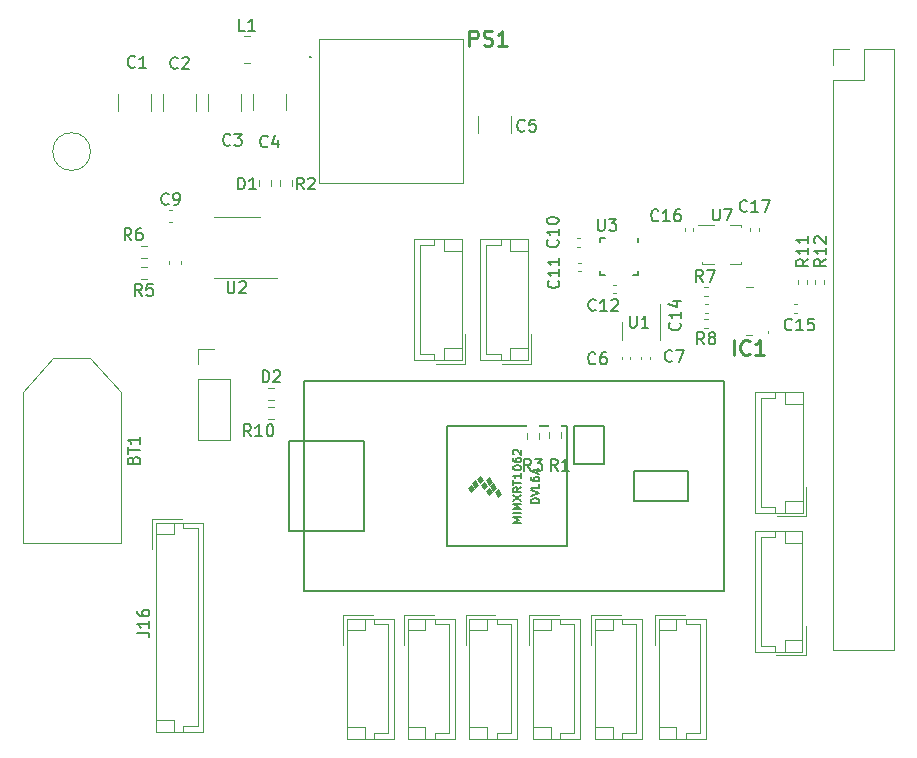
<source format=gto>
G04 #@! TF.GenerationSoftware,KiCad,Pcbnew,(5.1.8)-1*
G04 #@! TF.CreationDate,2021-06-15T20:05:41+00:00*
G04 #@! TF.ProjectId,RPHat_V2,52504861-745f-4563-922e-6b696361645f,rev?*
G04 #@! TF.SameCoordinates,Original*
G04 #@! TF.FileFunction,Legend,Top*
G04 #@! TF.FilePolarity,Positive*
%FSLAX46Y46*%
G04 Gerber Fmt 4.6, Leading zero omitted, Abs format (unit mm)*
G04 Created by KiCad (PCBNEW (5.1.8)-1) date 2021-06-15 20:05:41*
%MOMM*%
%LPD*%
G01*
G04 APERTURE LIST*
%ADD10C,0.120000*%
%ADD11C,0.200000*%
%ADD12C,0.100000*%
%ADD13C,0.150000*%
%ADD14C,0.254000*%
%ADD15C,1.700000*%
%ADD16C,6.000000*%
%ADD17C,2.700000*%
%ADD18O,0.650000X0.400000*%
%ADD19R,0.300000X0.400000*%
%ADD20R,1.650000X2.400000*%
%ADD21R,0.650000X1.000000*%
%ADD22R,1.060000X1.060000*%
%ADD23O,1.950000X1.700000*%
%ADD24R,1.000000X0.200000*%
%ADD25R,1.100000X0.200000*%
%ADD26C,2.600000*%
%ADD27C,1.600000*%
%ADD28O,1.700000X1.700000*%
%ADD29R,1.700000X1.700000*%
%ADD30R,6.200000X2.700000*%
G04 APERTURE END LIST*
D10*
X95527000Y-116218000D02*
X92927000Y-119068000D01*
X101227000Y-119068000D02*
X98677000Y-116218000D01*
X92927000Y-131918000D02*
X101227000Y-131918000D01*
X92927000Y-119068000D02*
X92927000Y-131918000D01*
X98677000Y-116218000D02*
X95527000Y-116218000D01*
X101227000Y-131918000D02*
X101227000Y-119068000D01*
X150490000Y-108270000D02*
X150490000Y-108070000D01*
X153790000Y-108070000D02*
X153790000Y-108270000D01*
X153790000Y-105170000D02*
X153790000Y-104970000D01*
X150490000Y-108270000D02*
X151440000Y-108270000D01*
X152840000Y-104970000D02*
X153790000Y-104970000D01*
X150140000Y-104970000D02*
X151440000Y-104970000D01*
X152840000Y-108270000D02*
X153790000Y-108270000D01*
X155280000Y-105465835D02*
X155280000Y-105234165D01*
X154560000Y-105465835D02*
X154560000Y-105234165D01*
X149730000Y-105465835D02*
X149730000Y-105234165D01*
X149010000Y-105465835D02*
X149010000Y-105234165D01*
D11*
X117223000Y-90717000D02*
X117223000Y-90717000D01*
X117323000Y-90717000D02*
X117323000Y-90717000D01*
X117223000Y-90717000D02*
X117223000Y-90717000D01*
D12*
X118028000Y-101412000D02*
X118028000Y-89222000D01*
X130218000Y-101412000D02*
X118028000Y-101412000D01*
X130218000Y-89222000D02*
X130218000Y-101412000D01*
X118028000Y-89222000D02*
X130218000Y-89222000D01*
D11*
X117323000Y-90717000D02*
G75*
G02*
X117223000Y-90717000I-50000J0D01*
G01*
X117223000Y-90717000D02*
G75*
G02*
X117323000Y-90717000I50000J0D01*
G01*
X117323000Y-90717000D02*
G75*
G02*
X117223000Y-90717000I-50000J0D01*
G01*
D10*
X108240000Y-130160000D02*
X104220000Y-130160000D01*
X104220000Y-130160000D02*
X104220000Y-147880000D01*
X104220000Y-147880000D02*
X108240000Y-147880000D01*
X108240000Y-147880000D02*
X108240000Y-130160000D01*
X106530000Y-130160000D02*
X106530000Y-130660000D01*
X106530000Y-130660000D02*
X107740000Y-130660000D01*
X107740000Y-130660000D02*
X107740000Y-147380000D01*
X107740000Y-147380000D02*
X106530000Y-147380000D01*
X106530000Y-147380000D02*
X106530000Y-147880000D01*
X105720000Y-130160000D02*
X105720000Y-131160000D01*
X105720000Y-131160000D02*
X104220000Y-131160000D01*
X105720000Y-147880000D02*
X105720000Y-146880000D01*
X105720000Y-146880000D02*
X104220000Y-146880000D01*
X106420000Y-129860000D02*
X103920000Y-129860000D01*
X103920000Y-129860000D02*
X103920000Y-132360000D01*
X150803000Y-138285000D02*
X146783000Y-138285000D01*
X146783000Y-138285000D02*
X146783000Y-148505000D01*
X146783000Y-148505000D02*
X150803000Y-148505000D01*
X150803000Y-148505000D02*
X150803000Y-138285000D01*
X149093000Y-138285000D02*
X149093000Y-138785000D01*
X149093000Y-138785000D02*
X150303000Y-138785000D01*
X150303000Y-138785000D02*
X150303000Y-148005000D01*
X150303000Y-148005000D02*
X149093000Y-148005000D01*
X149093000Y-148005000D02*
X149093000Y-148505000D01*
X148283000Y-138285000D02*
X148283000Y-139285000D01*
X148283000Y-139285000D02*
X146783000Y-139285000D01*
X148283000Y-148505000D02*
X148283000Y-147505000D01*
X148283000Y-147505000D02*
X146783000Y-147505000D01*
X148983000Y-137985000D02*
X146483000Y-137985000D01*
X146483000Y-137985000D02*
X146483000Y-140485000D01*
X145403000Y-138285000D02*
X141383000Y-138285000D01*
X141383000Y-138285000D02*
X141383000Y-148505000D01*
X141383000Y-148505000D02*
X145403000Y-148505000D01*
X145403000Y-148505000D02*
X145403000Y-138285000D01*
X143693000Y-138285000D02*
X143693000Y-138785000D01*
X143693000Y-138785000D02*
X144903000Y-138785000D01*
X144903000Y-138785000D02*
X144903000Y-148005000D01*
X144903000Y-148005000D02*
X143693000Y-148005000D01*
X143693000Y-148005000D02*
X143693000Y-148505000D01*
X142883000Y-138285000D02*
X142883000Y-139285000D01*
X142883000Y-139285000D02*
X141383000Y-139285000D01*
X142883000Y-148505000D02*
X142883000Y-147505000D01*
X142883000Y-147505000D02*
X141383000Y-147505000D01*
X143583000Y-137985000D02*
X141083000Y-137985000D01*
X141083000Y-137985000D02*
X141083000Y-140485000D01*
X154965000Y-129310000D02*
X158985000Y-129310000D01*
X158985000Y-129310000D02*
X158985000Y-119090000D01*
X158985000Y-119090000D02*
X154965000Y-119090000D01*
X154965000Y-119090000D02*
X154965000Y-129310000D01*
X156675000Y-129310000D02*
X156675000Y-128810000D01*
X156675000Y-128810000D02*
X155465000Y-128810000D01*
X155465000Y-128810000D02*
X155465000Y-119590000D01*
X155465000Y-119590000D02*
X156675000Y-119590000D01*
X156675000Y-119590000D02*
X156675000Y-119090000D01*
X157485000Y-129310000D02*
X157485000Y-128310000D01*
X157485000Y-128310000D02*
X158985000Y-128310000D01*
X157485000Y-119090000D02*
X157485000Y-120090000D01*
X157485000Y-120090000D02*
X158985000Y-120090000D01*
X156785000Y-129610000D02*
X159285000Y-129610000D01*
X159285000Y-129610000D02*
X159285000Y-127110000D01*
X154940000Y-141085000D02*
X158960000Y-141085000D01*
X158960000Y-141085000D02*
X158960000Y-130865000D01*
X158960000Y-130865000D02*
X154940000Y-130865000D01*
X154940000Y-130865000D02*
X154940000Y-141085000D01*
X156650000Y-141085000D02*
X156650000Y-140585000D01*
X156650000Y-140585000D02*
X155440000Y-140585000D01*
X155440000Y-140585000D02*
X155440000Y-131365000D01*
X155440000Y-131365000D02*
X156650000Y-131365000D01*
X156650000Y-131365000D02*
X156650000Y-130865000D01*
X157460000Y-141085000D02*
X157460000Y-140085000D01*
X157460000Y-140085000D02*
X158960000Y-140085000D01*
X157460000Y-130865000D02*
X157460000Y-131865000D01*
X157460000Y-131865000D02*
X158960000Y-131865000D01*
X156760000Y-141385000D02*
X159260000Y-141385000D01*
X159260000Y-141385000D02*
X159260000Y-138885000D01*
X140153000Y-138285000D02*
X136133000Y-138285000D01*
X136133000Y-138285000D02*
X136133000Y-148505000D01*
X136133000Y-148505000D02*
X140153000Y-148505000D01*
X140153000Y-148505000D02*
X140153000Y-138285000D01*
X138443000Y-138285000D02*
X138443000Y-138785000D01*
X138443000Y-138785000D02*
X139653000Y-138785000D01*
X139653000Y-138785000D02*
X139653000Y-148005000D01*
X139653000Y-148005000D02*
X138443000Y-148005000D01*
X138443000Y-148005000D02*
X138443000Y-148505000D01*
X137633000Y-138285000D02*
X137633000Y-139285000D01*
X137633000Y-139285000D02*
X136133000Y-139285000D01*
X137633000Y-148505000D02*
X137633000Y-147505000D01*
X137633000Y-147505000D02*
X136133000Y-147505000D01*
X138333000Y-137985000D02*
X135833000Y-137985000D01*
X135833000Y-137985000D02*
X135833000Y-140485000D01*
X134778000Y-138285000D02*
X130758000Y-138285000D01*
X130758000Y-138285000D02*
X130758000Y-148505000D01*
X130758000Y-148505000D02*
X134778000Y-148505000D01*
X134778000Y-148505000D02*
X134778000Y-138285000D01*
X133068000Y-138285000D02*
X133068000Y-138785000D01*
X133068000Y-138785000D02*
X134278000Y-138785000D01*
X134278000Y-138785000D02*
X134278000Y-148005000D01*
X134278000Y-148005000D02*
X133068000Y-148005000D01*
X133068000Y-148005000D02*
X133068000Y-148505000D01*
X132258000Y-138285000D02*
X132258000Y-139285000D01*
X132258000Y-139285000D02*
X130758000Y-139285000D01*
X132258000Y-148505000D02*
X132258000Y-147505000D01*
X132258000Y-147505000D02*
X130758000Y-147505000D01*
X132958000Y-137985000D02*
X130458000Y-137985000D01*
X130458000Y-137985000D02*
X130458000Y-140485000D01*
X129553000Y-138285000D02*
X125533000Y-138285000D01*
X125533000Y-138285000D02*
X125533000Y-148505000D01*
X125533000Y-148505000D02*
X129553000Y-148505000D01*
X129553000Y-148505000D02*
X129553000Y-138285000D01*
X127843000Y-138285000D02*
X127843000Y-138785000D01*
X127843000Y-138785000D02*
X129053000Y-138785000D01*
X129053000Y-138785000D02*
X129053000Y-148005000D01*
X129053000Y-148005000D02*
X127843000Y-148005000D01*
X127843000Y-148005000D02*
X127843000Y-148505000D01*
X127033000Y-138285000D02*
X127033000Y-139285000D01*
X127033000Y-139285000D02*
X125533000Y-139285000D01*
X127033000Y-148505000D02*
X127033000Y-147505000D01*
X127033000Y-147505000D02*
X125533000Y-147505000D01*
X127733000Y-137985000D02*
X125233000Y-137985000D01*
X125233000Y-137985000D02*
X125233000Y-140485000D01*
X124403000Y-138285000D02*
X120383000Y-138285000D01*
X120383000Y-138285000D02*
X120383000Y-148505000D01*
X120383000Y-148505000D02*
X124403000Y-148505000D01*
X124403000Y-148505000D02*
X124403000Y-138285000D01*
X122693000Y-138285000D02*
X122693000Y-138785000D01*
X122693000Y-138785000D02*
X123903000Y-138785000D01*
X123903000Y-138785000D02*
X123903000Y-148005000D01*
X123903000Y-148005000D02*
X122693000Y-148005000D01*
X122693000Y-148005000D02*
X122693000Y-148505000D01*
X121883000Y-138285000D02*
X121883000Y-139285000D01*
X121883000Y-139285000D02*
X120383000Y-139285000D01*
X121883000Y-148505000D02*
X121883000Y-147505000D01*
X121883000Y-147505000D02*
X120383000Y-147505000D01*
X122583000Y-137985000D02*
X120083000Y-137985000D01*
X120083000Y-137985000D02*
X120083000Y-140485000D01*
X146893000Y-111684000D02*
X146893000Y-114684000D01*
X143673000Y-113184000D02*
X143673000Y-114684000D01*
X160021000Y-109985121D02*
X160021000Y-109649879D01*
X160781000Y-109985121D02*
X160781000Y-109649879D01*
X158624000Y-109985121D02*
X158624000Y-109649879D01*
X159384000Y-109985121D02*
X159384000Y-109649879D01*
X158277665Y-111674000D02*
X158509335Y-111674000D01*
X158277665Y-112394000D02*
X158509335Y-112394000D01*
X150956835Y-112394000D02*
X150725165Y-112394000D01*
X150956835Y-111674000D02*
X150725165Y-111674000D01*
X150659879Y-112945000D02*
X150995121Y-112945000D01*
X150659879Y-113705000D02*
X150995121Y-113705000D01*
X150635879Y-110195000D02*
X150971121Y-110195000D01*
X150635879Y-110955000D02*
X150971121Y-110955000D01*
X142951165Y-110044000D02*
X143182835Y-110044000D01*
X142951165Y-110764000D02*
X143182835Y-110764000D01*
X140198335Y-108885000D02*
X139966665Y-108885000D01*
X140198335Y-108165000D02*
X139966665Y-108165000D01*
X140134835Y-106827000D02*
X139903165Y-106827000D01*
X140134835Y-106107000D02*
X139903165Y-106107000D01*
X146024000Y-116116165D02*
X146024000Y-116347835D01*
X145304000Y-116116165D02*
X145304000Y-116347835D01*
X144373000Y-116116165D02*
X144373000Y-116347835D01*
X143653000Y-116116165D02*
X143653000Y-116347835D01*
X134251000Y-95715248D02*
X134251000Y-97137752D01*
X131531000Y-95715248D02*
X131531000Y-97137752D01*
D12*
X154213000Y-114253000D02*
X154713000Y-114253000D01*
X154213000Y-110253000D02*
X154813000Y-110253000D01*
X156063000Y-114103000D02*
X156063000Y-114103000D01*
X156063000Y-114003000D02*
X156063000Y-114003000D01*
X156063000Y-114103000D02*
G75*
G03*
X156063000Y-114003000I0J50000D01*
G01*
X156063000Y-114003000D02*
G75*
G03*
X156063000Y-114103000I0J-50000D01*
G01*
D10*
X98677781Y-98751000D02*
G75*
G03*
X98677781Y-98751000I-1600781J0D01*
G01*
D12*
G36*
X130642000Y-127230000D02*
G01*
X130896000Y-126976000D01*
X131150000Y-127357000D01*
X130896000Y-127611000D01*
X130642000Y-127230000D01*
G37*
X130642000Y-127230000D02*
X130896000Y-126976000D01*
X131150000Y-127357000D01*
X130896000Y-127611000D01*
X130642000Y-127230000D01*
G36*
X131023000Y-126849000D02*
G01*
X131277000Y-126595000D01*
X131531000Y-126976000D01*
X131277000Y-127230000D01*
X131023000Y-126849000D01*
G37*
X131023000Y-126849000D02*
X131277000Y-126595000D01*
X131531000Y-126976000D01*
X131277000Y-127230000D01*
X131023000Y-126849000D01*
G36*
X132928000Y-127611000D02*
G01*
X133182000Y-127357000D01*
X133436000Y-127738000D01*
X133182000Y-127992000D01*
X132928000Y-127611000D01*
G37*
X132928000Y-127611000D02*
X133182000Y-127357000D01*
X133436000Y-127738000D01*
X133182000Y-127992000D01*
X132928000Y-127611000D01*
G36*
X132547000Y-127103000D02*
G01*
X132801000Y-126849000D01*
X133055000Y-127230000D01*
X132801000Y-127484000D01*
X132547000Y-127103000D01*
G37*
X132547000Y-127103000D02*
X132801000Y-126849000D01*
X133055000Y-127230000D01*
X132801000Y-127484000D01*
X132547000Y-127103000D01*
G36*
X132166000Y-126595000D02*
G01*
X132420000Y-126341000D01*
X132674000Y-126722000D01*
X132420000Y-126976000D01*
X132166000Y-126595000D01*
G37*
X132166000Y-126595000D02*
X132420000Y-126341000D01*
X132674000Y-126722000D01*
X132420000Y-126976000D01*
X132166000Y-126595000D01*
G36*
X132166000Y-127484000D02*
G01*
X132420000Y-127230000D01*
X132674000Y-127611000D01*
X132420000Y-127865000D01*
X132166000Y-127484000D01*
G37*
X132166000Y-127484000D02*
X132420000Y-127230000D01*
X132674000Y-127611000D01*
X132420000Y-127865000D01*
X132166000Y-127484000D01*
G36*
X131785000Y-126976000D02*
G01*
X132039000Y-126722000D01*
X132293000Y-127103000D01*
X132039000Y-127357000D01*
X131785000Y-126976000D01*
G37*
X131785000Y-126976000D02*
X132039000Y-126722000D01*
X132293000Y-127103000D01*
X132039000Y-127357000D01*
X131785000Y-126976000D01*
G36*
X131404000Y-126468000D02*
G01*
X131658000Y-126214000D01*
X131912000Y-126595000D01*
X131658000Y-126849000D01*
X131404000Y-126468000D01*
G37*
X131404000Y-126468000D02*
X131658000Y-126214000D01*
X131912000Y-126595000D01*
X131658000Y-126849000D01*
X131404000Y-126468000D01*
D13*
X139659000Y-125198000D02*
X139659000Y-122023000D01*
X142199000Y-125198000D02*
X139659000Y-125198000D01*
X142199000Y-122023000D02*
X142199000Y-125198000D01*
X139659000Y-122023000D02*
X142199000Y-122023000D01*
X116799000Y-135993000D02*
X116799000Y-118213000D01*
X152359000Y-135993000D02*
X116799000Y-135993000D01*
X152359000Y-118213000D02*
X152359000Y-135993000D01*
X116799000Y-118213000D02*
X152359000Y-118213000D01*
X139024000Y-132183000D02*
X128864000Y-132183000D01*
X139024000Y-122023000D02*
X128864000Y-122023000D01*
X128864000Y-122023000D02*
X128864000Y-132183000D01*
X139024000Y-132183000D02*
X139024000Y-122023000D01*
X144739000Y-125833000D02*
X149311000Y-125833000D01*
X144739000Y-128373000D02*
X144739000Y-125833000D01*
X149311000Y-128373000D02*
X144739000Y-128373000D01*
X149311000Y-125833000D02*
X149311000Y-128373000D01*
X121879000Y-130913000D02*
X116799000Y-130913000D01*
X121879000Y-123293000D02*
X116799000Y-123293000D01*
X121879000Y-130913000D02*
X121879000Y-123293000D01*
X115529000Y-123293000D02*
X116799000Y-123293000D01*
X115529000Y-130913000D02*
X115529000Y-123293000D01*
X116799000Y-130913000D02*
X115529000Y-130913000D01*
X145013000Y-106034000D02*
X145013000Y-106434000D01*
X145013000Y-109234000D02*
X145013000Y-108834000D01*
X145013000Y-109234000D02*
X144613000Y-109234000D01*
X141813000Y-109234000D02*
X141813000Y-108834000D01*
X141813000Y-109234000D02*
X142213000Y-109234000D01*
X141813000Y-106034000D02*
X141813000Y-106434000D01*
X141813000Y-106034000D02*
X142213000Y-106034000D01*
D10*
X111047000Y-109439000D02*
X114497000Y-109439000D01*
X111047000Y-109439000D02*
X109097000Y-109439000D01*
X111047000Y-104319000D02*
X112997000Y-104319000D01*
X111047000Y-104319000D02*
X109097000Y-104319000D01*
X107820000Y-115445000D02*
X109150000Y-115445000D01*
X107820000Y-116775000D02*
X107820000Y-115445000D01*
X107820000Y-118045000D02*
X110480000Y-118045000D01*
X110480000Y-118045000D02*
X110480000Y-123185000D01*
X107820000Y-118045000D02*
X107820000Y-123185000D01*
X107820000Y-123185000D02*
X110480000Y-123185000D01*
X113726776Y-121427500D02*
X114236224Y-121427500D01*
X113726776Y-120382500D02*
X114236224Y-120382500D01*
X102918276Y-107782500D02*
X103427724Y-107782500D01*
X102918276Y-106737500D02*
X103427724Y-106737500D01*
X102918276Y-109560500D02*
X103427724Y-109560500D01*
X102918276Y-108515500D02*
X103427724Y-108515500D01*
X136666500Y-123054724D02*
X136666500Y-122545276D01*
X135621500Y-123054724D02*
X135621500Y-122545276D01*
X114715500Y-101139776D02*
X114715500Y-101649224D01*
X115760500Y-101139776D02*
X115760500Y-101649224D01*
X138530500Y-123039724D02*
X138530500Y-122530276D01*
X137485500Y-123039724D02*
X137485500Y-122530276D01*
X111655248Y-91225000D02*
X112177752Y-91225000D01*
X111655248Y-89005000D02*
X112177752Y-89005000D01*
X130410000Y-116710000D02*
X130410000Y-114210000D01*
X127910000Y-116710000D02*
X130410000Y-116710000D01*
X128610000Y-107190000D02*
X130110000Y-107190000D01*
X128610000Y-106190000D02*
X128610000Y-107190000D01*
X128610000Y-115410000D02*
X130110000Y-115410000D01*
X128610000Y-116410000D02*
X128610000Y-115410000D01*
X127800000Y-106690000D02*
X127800000Y-106190000D01*
X126590000Y-106690000D02*
X127800000Y-106690000D01*
X126590000Y-115910000D02*
X126590000Y-106690000D01*
X127800000Y-115910000D02*
X126590000Y-115910000D01*
X127800000Y-116410000D02*
X127800000Y-115910000D01*
X126090000Y-106190000D02*
X126090000Y-116410000D01*
X130110000Y-106190000D02*
X126090000Y-106190000D01*
X130110000Y-116410000D02*
X130110000Y-106190000D01*
X126090000Y-116410000D02*
X130110000Y-116410000D01*
X136010000Y-116710000D02*
X136010000Y-114210000D01*
X133510000Y-116710000D02*
X136010000Y-116710000D01*
X134210000Y-107190000D02*
X135710000Y-107190000D01*
X134210000Y-106190000D02*
X134210000Y-107190000D01*
X134210000Y-115410000D02*
X135710000Y-115410000D01*
X134210000Y-116410000D02*
X134210000Y-115410000D01*
X133400000Y-106690000D02*
X133400000Y-106190000D01*
X132190000Y-106690000D02*
X133400000Y-106690000D01*
X132190000Y-115910000D02*
X132190000Y-106690000D01*
X133400000Y-115910000D02*
X132190000Y-115910000D01*
X133400000Y-116410000D02*
X133400000Y-115910000D01*
X131690000Y-106190000D02*
X131690000Y-116410000D01*
X135710000Y-106190000D02*
X131690000Y-106190000D01*
X135710000Y-116410000D02*
X135710000Y-106190000D01*
X131690000Y-116410000D02*
X135710000Y-116410000D01*
X161533000Y-90055000D02*
X162863000Y-90055000D01*
X161533000Y-91385000D02*
X161533000Y-90055000D01*
X164133000Y-90055000D02*
X166733000Y-90055000D01*
X164133000Y-92655000D02*
X164133000Y-90055000D01*
X161533000Y-92655000D02*
X164133000Y-92655000D01*
X166733000Y-90055000D02*
X166733000Y-140975000D01*
X161533000Y-92655000D02*
X161533000Y-140975000D01*
X161533000Y-140975000D02*
X166733000Y-140975000D01*
X113726776Y-119776500D02*
X114236224Y-119776500D01*
X113726776Y-118731500D02*
X114236224Y-118731500D01*
X112937500Y-101163276D02*
X112937500Y-101672724D01*
X113982500Y-101163276D02*
X113982500Y-101672724D01*
X105605267Y-103702000D02*
X105312733Y-103702000D01*
X105605267Y-104722000D02*
X105312733Y-104722000D01*
X106350000Y-108295267D02*
X106350000Y-108002733D01*
X105330000Y-108295267D02*
X105330000Y-108002733D01*
X112481000Y-93848748D02*
X112481000Y-95271252D01*
X115201000Y-93848748D02*
X115201000Y-95271252D01*
X108671000Y-93887248D02*
X108671000Y-95309752D01*
X111391000Y-93887248D02*
X111391000Y-95309752D01*
X104861000Y-93887248D02*
X104861000Y-95309752D01*
X107581000Y-93887248D02*
X107581000Y-95309752D01*
X101051000Y-93887248D02*
X101051000Y-95309752D01*
X103771000Y-93887248D02*
X103771000Y-95309752D01*
D13*
X102305571Y-124853714D02*
X102353190Y-124710857D01*
X102400809Y-124663238D01*
X102496047Y-124615619D01*
X102638904Y-124615619D01*
X102734142Y-124663238D01*
X102781761Y-124710857D01*
X102829380Y-124806095D01*
X102829380Y-125187047D01*
X101829380Y-125187047D01*
X101829380Y-124853714D01*
X101877000Y-124758476D01*
X101924619Y-124710857D01*
X102019857Y-124663238D01*
X102115095Y-124663238D01*
X102210333Y-124710857D01*
X102257952Y-124758476D01*
X102305571Y-124853714D01*
X102305571Y-125187047D01*
X101829380Y-124329904D02*
X101829380Y-123758476D01*
X102829380Y-124044190D02*
X101829380Y-124044190D01*
X102829380Y-122901333D02*
X102829380Y-123472761D01*
X102829380Y-123187047D02*
X101829380Y-123187047D01*
X101972238Y-123282285D01*
X102067476Y-123377523D01*
X102115095Y-123472761D01*
X151378095Y-103572380D02*
X151378095Y-104381904D01*
X151425714Y-104477142D01*
X151473333Y-104524761D01*
X151568571Y-104572380D01*
X151759047Y-104572380D01*
X151854285Y-104524761D01*
X151901904Y-104477142D01*
X151949523Y-104381904D01*
X151949523Y-103572380D01*
X152330476Y-103572380D02*
X152997142Y-103572380D01*
X152568571Y-104572380D01*
X154257142Y-103757142D02*
X154209523Y-103804761D01*
X154066666Y-103852380D01*
X153971428Y-103852380D01*
X153828571Y-103804761D01*
X153733333Y-103709523D01*
X153685714Y-103614285D01*
X153638095Y-103423809D01*
X153638095Y-103280952D01*
X153685714Y-103090476D01*
X153733333Y-102995238D01*
X153828571Y-102900000D01*
X153971428Y-102852380D01*
X154066666Y-102852380D01*
X154209523Y-102900000D01*
X154257142Y-102947619D01*
X155209523Y-103852380D02*
X154638095Y-103852380D01*
X154923809Y-103852380D02*
X154923809Y-102852380D01*
X154828571Y-102995238D01*
X154733333Y-103090476D01*
X154638095Y-103138095D01*
X155542857Y-102852380D02*
X156209523Y-102852380D01*
X155780952Y-103852380D01*
X146757142Y-104557142D02*
X146709523Y-104604761D01*
X146566666Y-104652380D01*
X146471428Y-104652380D01*
X146328571Y-104604761D01*
X146233333Y-104509523D01*
X146185714Y-104414285D01*
X146138095Y-104223809D01*
X146138095Y-104080952D01*
X146185714Y-103890476D01*
X146233333Y-103795238D01*
X146328571Y-103700000D01*
X146471428Y-103652380D01*
X146566666Y-103652380D01*
X146709523Y-103700000D01*
X146757142Y-103747619D01*
X147709523Y-104652380D02*
X147138095Y-104652380D01*
X147423809Y-104652380D02*
X147423809Y-103652380D01*
X147328571Y-103795238D01*
X147233333Y-103890476D01*
X147138095Y-103938095D01*
X148566666Y-103652380D02*
X148376190Y-103652380D01*
X148280952Y-103700000D01*
X148233333Y-103747619D01*
X148138095Y-103890476D01*
X148090476Y-104080952D01*
X148090476Y-104461904D01*
X148138095Y-104557142D01*
X148185714Y-104604761D01*
X148280952Y-104652380D01*
X148471428Y-104652380D01*
X148566666Y-104604761D01*
X148614285Y-104557142D01*
X148661904Y-104461904D01*
X148661904Y-104223809D01*
X148614285Y-104128571D01*
X148566666Y-104080952D01*
X148471428Y-104033333D01*
X148280952Y-104033333D01*
X148185714Y-104080952D01*
X148138095Y-104128571D01*
X148090476Y-104223809D01*
D14*
X130757857Y-89774523D02*
X130757857Y-88504523D01*
X131241666Y-88504523D01*
X131362619Y-88565000D01*
X131423095Y-88625476D01*
X131483571Y-88746428D01*
X131483571Y-88927857D01*
X131423095Y-89048809D01*
X131362619Y-89109285D01*
X131241666Y-89169761D01*
X130757857Y-89169761D01*
X131967380Y-89714047D02*
X132148809Y-89774523D01*
X132451190Y-89774523D01*
X132572142Y-89714047D01*
X132632619Y-89653571D01*
X132693095Y-89532619D01*
X132693095Y-89411666D01*
X132632619Y-89290714D01*
X132572142Y-89230238D01*
X132451190Y-89169761D01*
X132209285Y-89109285D01*
X132088333Y-89048809D01*
X132027857Y-88988333D01*
X131967380Y-88867380D01*
X131967380Y-88746428D01*
X132027857Y-88625476D01*
X132088333Y-88565000D01*
X132209285Y-88504523D01*
X132511666Y-88504523D01*
X132693095Y-88565000D01*
X133902619Y-89774523D02*
X133176904Y-89774523D01*
X133539761Y-89774523D02*
X133539761Y-88504523D01*
X133418809Y-88685952D01*
X133297857Y-88806904D01*
X133176904Y-88867380D01*
D13*
X102657380Y-139487523D02*
X103371666Y-139487523D01*
X103514523Y-139535142D01*
X103609761Y-139630380D01*
X103657380Y-139773238D01*
X103657380Y-139868476D01*
X103657380Y-138487523D02*
X103657380Y-139058952D01*
X103657380Y-138773238D02*
X102657380Y-138773238D01*
X102800238Y-138868476D01*
X102895476Y-138963714D01*
X102943095Y-139058952D01*
X102657380Y-137630380D02*
X102657380Y-137820857D01*
X102705000Y-137916095D01*
X102752619Y-137963714D01*
X102895476Y-138058952D01*
X103085952Y-138106571D01*
X103466904Y-138106571D01*
X103562142Y-138058952D01*
X103609761Y-138011333D01*
X103657380Y-137916095D01*
X103657380Y-137725619D01*
X103609761Y-137630380D01*
X103562142Y-137582761D01*
X103466904Y-137535142D01*
X103228809Y-137535142D01*
X103133571Y-137582761D01*
X103085952Y-137630380D01*
X103038333Y-137725619D01*
X103038333Y-137916095D01*
X103085952Y-138011333D01*
X103133571Y-138058952D01*
X103228809Y-138106571D01*
X144338095Y-112652380D02*
X144338095Y-113461904D01*
X144385714Y-113557142D01*
X144433333Y-113604761D01*
X144528571Y-113652380D01*
X144719047Y-113652380D01*
X144814285Y-113604761D01*
X144861904Y-113557142D01*
X144909523Y-113461904D01*
X144909523Y-112652380D01*
X145909523Y-113652380D02*
X145338095Y-113652380D01*
X145623809Y-113652380D02*
X145623809Y-112652380D01*
X145528571Y-112795238D01*
X145433333Y-112890476D01*
X145338095Y-112938095D01*
X160952380Y-107842857D02*
X160476190Y-108176190D01*
X160952380Y-108414285D02*
X159952380Y-108414285D01*
X159952380Y-108033333D01*
X160000000Y-107938095D01*
X160047619Y-107890476D01*
X160142857Y-107842857D01*
X160285714Y-107842857D01*
X160380952Y-107890476D01*
X160428571Y-107938095D01*
X160476190Y-108033333D01*
X160476190Y-108414285D01*
X160952380Y-106890476D02*
X160952380Y-107461904D01*
X160952380Y-107176190D02*
X159952380Y-107176190D01*
X160095238Y-107271428D01*
X160190476Y-107366666D01*
X160238095Y-107461904D01*
X160047619Y-106509523D02*
X160000000Y-106461904D01*
X159952380Y-106366666D01*
X159952380Y-106128571D01*
X160000000Y-106033333D01*
X160047619Y-105985714D01*
X160142857Y-105938095D01*
X160238095Y-105938095D01*
X160380952Y-105985714D01*
X160952380Y-106557142D01*
X160952380Y-105938095D01*
X159452380Y-107842857D02*
X158976190Y-108176190D01*
X159452380Y-108414285D02*
X158452380Y-108414285D01*
X158452380Y-108033333D01*
X158500000Y-107938095D01*
X158547619Y-107890476D01*
X158642857Y-107842857D01*
X158785714Y-107842857D01*
X158880952Y-107890476D01*
X158928571Y-107938095D01*
X158976190Y-108033333D01*
X158976190Y-108414285D01*
X159452380Y-106890476D02*
X159452380Y-107461904D01*
X159452380Y-107176190D02*
X158452380Y-107176190D01*
X158595238Y-107271428D01*
X158690476Y-107366666D01*
X158738095Y-107461904D01*
X159452380Y-105938095D02*
X159452380Y-106509523D01*
X159452380Y-106223809D02*
X158452380Y-106223809D01*
X158595238Y-106319047D01*
X158690476Y-106414285D01*
X158738095Y-106509523D01*
X158072142Y-113788142D02*
X158024523Y-113835761D01*
X157881666Y-113883380D01*
X157786428Y-113883380D01*
X157643571Y-113835761D01*
X157548333Y-113740523D01*
X157500714Y-113645285D01*
X157453095Y-113454809D01*
X157453095Y-113311952D01*
X157500714Y-113121476D01*
X157548333Y-113026238D01*
X157643571Y-112931000D01*
X157786428Y-112883380D01*
X157881666Y-112883380D01*
X158024523Y-112931000D01*
X158072142Y-112978619D01*
X159024523Y-113883380D02*
X158453095Y-113883380D01*
X158738809Y-113883380D02*
X158738809Y-112883380D01*
X158643571Y-113026238D01*
X158548333Y-113121476D01*
X158453095Y-113169095D01*
X159929285Y-112883380D02*
X159453095Y-112883380D01*
X159405476Y-113359571D01*
X159453095Y-113311952D01*
X159548333Y-113264333D01*
X159786428Y-113264333D01*
X159881666Y-113311952D01*
X159929285Y-113359571D01*
X159976904Y-113454809D01*
X159976904Y-113692904D01*
X159929285Y-113788142D01*
X159881666Y-113835761D01*
X159786428Y-113883380D01*
X159548333Y-113883380D01*
X159453095Y-113835761D01*
X159405476Y-113788142D01*
X148557142Y-113242857D02*
X148604761Y-113290476D01*
X148652380Y-113433333D01*
X148652380Y-113528571D01*
X148604761Y-113671428D01*
X148509523Y-113766666D01*
X148414285Y-113814285D01*
X148223809Y-113861904D01*
X148080952Y-113861904D01*
X147890476Y-113814285D01*
X147795238Y-113766666D01*
X147700000Y-113671428D01*
X147652380Y-113528571D01*
X147652380Y-113433333D01*
X147700000Y-113290476D01*
X147747619Y-113242857D01*
X148652380Y-112290476D02*
X148652380Y-112861904D01*
X148652380Y-112576190D02*
X147652380Y-112576190D01*
X147795238Y-112671428D01*
X147890476Y-112766666D01*
X147938095Y-112861904D01*
X147985714Y-111433333D02*
X148652380Y-111433333D01*
X147604761Y-111671428D02*
X148319047Y-111909523D01*
X148319047Y-111290476D01*
X150633333Y-115052380D02*
X150300000Y-114576190D01*
X150061904Y-115052380D02*
X150061904Y-114052380D01*
X150442857Y-114052380D01*
X150538095Y-114100000D01*
X150585714Y-114147619D01*
X150633333Y-114242857D01*
X150633333Y-114385714D01*
X150585714Y-114480952D01*
X150538095Y-114528571D01*
X150442857Y-114576190D01*
X150061904Y-114576190D01*
X151204761Y-114480952D02*
X151109523Y-114433333D01*
X151061904Y-114385714D01*
X151014285Y-114290476D01*
X151014285Y-114242857D01*
X151061904Y-114147619D01*
X151109523Y-114100000D01*
X151204761Y-114052380D01*
X151395238Y-114052380D01*
X151490476Y-114100000D01*
X151538095Y-114147619D01*
X151585714Y-114242857D01*
X151585714Y-114290476D01*
X151538095Y-114385714D01*
X151490476Y-114433333D01*
X151395238Y-114480952D01*
X151204761Y-114480952D01*
X151109523Y-114528571D01*
X151061904Y-114576190D01*
X151014285Y-114671428D01*
X151014285Y-114861904D01*
X151061904Y-114957142D01*
X151109523Y-115004761D01*
X151204761Y-115052380D01*
X151395238Y-115052380D01*
X151490476Y-115004761D01*
X151538095Y-114957142D01*
X151585714Y-114861904D01*
X151585714Y-114671428D01*
X151538095Y-114576190D01*
X151490476Y-114528571D01*
X151395238Y-114480952D01*
X150533333Y-109752380D02*
X150200000Y-109276190D01*
X149961904Y-109752380D02*
X149961904Y-108752380D01*
X150342857Y-108752380D01*
X150438095Y-108800000D01*
X150485714Y-108847619D01*
X150533333Y-108942857D01*
X150533333Y-109085714D01*
X150485714Y-109180952D01*
X150438095Y-109228571D01*
X150342857Y-109276190D01*
X149961904Y-109276190D01*
X150866666Y-108752380D02*
X151533333Y-108752380D01*
X151104761Y-109752380D01*
X141457142Y-112157142D02*
X141409523Y-112204761D01*
X141266666Y-112252380D01*
X141171428Y-112252380D01*
X141028571Y-112204761D01*
X140933333Y-112109523D01*
X140885714Y-112014285D01*
X140838095Y-111823809D01*
X140838095Y-111680952D01*
X140885714Y-111490476D01*
X140933333Y-111395238D01*
X141028571Y-111300000D01*
X141171428Y-111252380D01*
X141266666Y-111252380D01*
X141409523Y-111300000D01*
X141457142Y-111347619D01*
X142409523Y-112252380D02*
X141838095Y-112252380D01*
X142123809Y-112252380D02*
X142123809Y-111252380D01*
X142028571Y-111395238D01*
X141933333Y-111490476D01*
X141838095Y-111538095D01*
X142790476Y-111347619D02*
X142838095Y-111300000D01*
X142933333Y-111252380D01*
X143171428Y-111252380D01*
X143266666Y-111300000D01*
X143314285Y-111347619D01*
X143361904Y-111442857D01*
X143361904Y-111538095D01*
X143314285Y-111680952D01*
X142742857Y-112252380D01*
X143361904Y-112252380D01*
X138280642Y-109675857D02*
X138328261Y-109723476D01*
X138375880Y-109866333D01*
X138375880Y-109961571D01*
X138328261Y-110104428D01*
X138233023Y-110199666D01*
X138137785Y-110247285D01*
X137947309Y-110294904D01*
X137804452Y-110294904D01*
X137613976Y-110247285D01*
X137518738Y-110199666D01*
X137423500Y-110104428D01*
X137375880Y-109961571D01*
X137375880Y-109866333D01*
X137423500Y-109723476D01*
X137471119Y-109675857D01*
X138375880Y-108723476D02*
X138375880Y-109294904D01*
X138375880Y-109009190D02*
X137375880Y-109009190D01*
X137518738Y-109104428D01*
X137613976Y-109199666D01*
X137661595Y-109294904D01*
X138375880Y-107771095D02*
X138375880Y-108342523D01*
X138375880Y-108056809D02*
X137375880Y-108056809D01*
X137518738Y-108152047D01*
X137613976Y-108247285D01*
X137661595Y-108342523D01*
X138217142Y-106220857D02*
X138264761Y-106268476D01*
X138312380Y-106411333D01*
X138312380Y-106506571D01*
X138264761Y-106649428D01*
X138169523Y-106744666D01*
X138074285Y-106792285D01*
X137883809Y-106839904D01*
X137740952Y-106839904D01*
X137550476Y-106792285D01*
X137455238Y-106744666D01*
X137360000Y-106649428D01*
X137312380Y-106506571D01*
X137312380Y-106411333D01*
X137360000Y-106268476D01*
X137407619Y-106220857D01*
X138312380Y-105268476D02*
X138312380Y-105839904D01*
X138312380Y-105554190D02*
X137312380Y-105554190D01*
X137455238Y-105649428D01*
X137550476Y-105744666D01*
X137598095Y-105839904D01*
X137312380Y-104649428D02*
X137312380Y-104554190D01*
X137360000Y-104458952D01*
X137407619Y-104411333D01*
X137502857Y-104363714D01*
X137693333Y-104316095D01*
X137931428Y-104316095D01*
X138121904Y-104363714D01*
X138217142Y-104411333D01*
X138264761Y-104458952D01*
X138312380Y-104554190D01*
X138312380Y-104649428D01*
X138264761Y-104744666D01*
X138217142Y-104792285D01*
X138121904Y-104839904D01*
X137931428Y-104887523D01*
X137693333Y-104887523D01*
X137502857Y-104839904D01*
X137407619Y-104792285D01*
X137360000Y-104744666D01*
X137312380Y-104649428D01*
X147933333Y-116457142D02*
X147885714Y-116504761D01*
X147742857Y-116552380D01*
X147647619Y-116552380D01*
X147504761Y-116504761D01*
X147409523Y-116409523D01*
X147361904Y-116314285D01*
X147314285Y-116123809D01*
X147314285Y-115980952D01*
X147361904Y-115790476D01*
X147409523Y-115695238D01*
X147504761Y-115600000D01*
X147647619Y-115552380D01*
X147742857Y-115552380D01*
X147885714Y-115600000D01*
X147933333Y-115647619D01*
X148266666Y-115552380D02*
X148933333Y-115552380D01*
X148504761Y-116552380D01*
X141433333Y-116657142D02*
X141385714Y-116704761D01*
X141242857Y-116752380D01*
X141147619Y-116752380D01*
X141004761Y-116704761D01*
X140909523Y-116609523D01*
X140861904Y-116514285D01*
X140814285Y-116323809D01*
X140814285Y-116180952D01*
X140861904Y-115990476D01*
X140909523Y-115895238D01*
X141004761Y-115800000D01*
X141147619Y-115752380D01*
X141242857Y-115752380D01*
X141385714Y-115800000D01*
X141433333Y-115847619D01*
X142290476Y-115752380D02*
X142100000Y-115752380D01*
X142004761Y-115800000D01*
X141957142Y-115847619D01*
X141861904Y-115990476D01*
X141814285Y-116180952D01*
X141814285Y-116561904D01*
X141861904Y-116657142D01*
X141909523Y-116704761D01*
X142004761Y-116752380D01*
X142195238Y-116752380D01*
X142290476Y-116704761D01*
X142338095Y-116657142D01*
X142385714Y-116561904D01*
X142385714Y-116323809D01*
X142338095Y-116228571D01*
X142290476Y-116180952D01*
X142195238Y-116133333D01*
X142004761Y-116133333D01*
X141909523Y-116180952D01*
X141861904Y-116228571D01*
X141814285Y-116323809D01*
X135433333Y-96957142D02*
X135385714Y-97004761D01*
X135242857Y-97052380D01*
X135147619Y-97052380D01*
X135004761Y-97004761D01*
X134909523Y-96909523D01*
X134861904Y-96814285D01*
X134814285Y-96623809D01*
X134814285Y-96480952D01*
X134861904Y-96290476D01*
X134909523Y-96195238D01*
X135004761Y-96100000D01*
X135147619Y-96052380D01*
X135242857Y-96052380D01*
X135385714Y-96100000D01*
X135433333Y-96147619D01*
X136338095Y-96052380D02*
X135861904Y-96052380D01*
X135814285Y-96528571D01*
X135861904Y-96480952D01*
X135957142Y-96433333D01*
X136195238Y-96433333D01*
X136290476Y-96480952D01*
X136338095Y-96528571D01*
X136385714Y-96623809D01*
X136385714Y-96861904D01*
X136338095Y-96957142D01*
X136290476Y-97004761D01*
X136195238Y-97052380D01*
X135957142Y-97052380D01*
X135861904Y-97004761D01*
X135814285Y-96957142D01*
D14*
X153160238Y-115974523D02*
X153160238Y-114704523D01*
X154490714Y-115853571D02*
X154430238Y-115914047D01*
X154248809Y-115974523D01*
X154127857Y-115974523D01*
X153946428Y-115914047D01*
X153825476Y-115793095D01*
X153765000Y-115672142D01*
X153704523Y-115430238D01*
X153704523Y-115248809D01*
X153765000Y-115006904D01*
X153825476Y-114885952D01*
X153946428Y-114765000D01*
X154127857Y-114704523D01*
X154248809Y-114704523D01*
X154430238Y-114765000D01*
X154490714Y-114825476D01*
X155700238Y-115974523D02*
X154974523Y-115974523D01*
X155337380Y-115974523D02*
X155337380Y-114704523D01*
X155216428Y-114885952D01*
X155095476Y-115006904D01*
X154974523Y-115067380D01*
D13*
X136673666Y-128503000D02*
X135973666Y-128503000D01*
X135973666Y-128336333D01*
X136007000Y-128236333D01*
X136073666Y-128169666D01*
X136140333Y-128136333D01*
X136273666Y-128103000D01*
X136373666Y-128103000D01*
X136507000Y-128136333D01*
X136573666Y-128169666D01*
X136640333Y-128236333D01*
X136673666Y-128336333D01*
X136673666Y-128503000D01*
X135973666Y-127903000D02*
X136673666Y-127669666D01*
X135973666Y-127436333D01*
X136673666Y-126869666D02*
X136673666Y-127203000D01*
X135973666Y-127203000D01*
X135973666Y-126336333D02*
X135973666Y-126469666D01*
X136007000Y-126536333D01*
X136040333Y-126569666D01*
X136140333Y-126636333D01*
X136273666Y-126669666D01*
X136540333Y-126669666D01*
X136607000Y-126636333D01*
X136640333Y-126603000D01*
X136673666Y-126536333D01*
X136673666Y-126403000D01*
X136640333Y-126336333D01*
X136607000Y-126303000D01*
X136540333Y-126269666D01*
X136373666Y-126269666D01*
X136307000Y-126303000D01*
X136273666Y-126336333D01*
X136240333Y-126403000D01*
X136240333Y-126536333D01*
X136273666Y-126603000D01*
X136307000Y-126636333D01*
X136373666Y-126669666D01*
X136473666Y-126003000D02*
X136473666Y-125669666D01*
X136673666Y-126069666D02*
X135973666Y-125836333D01*
X136673666Y-125603000D01*
X135149666Y-130186333D02*
X134449666Y-130186333D01*
X134949666Y-129953000D01*
X134449666Y-129719666D01*
X135149666Y-129719666D01*
X135149666Y-129386333D02*
X134449666Y-129386333D01*
X135149666Y-129053000D02*
X134449666Y-129053000D01*
X134949666Y-128819666D01*
X134449666Y-128586333D01*
X135149666Y-128586333D01*
X134449666Y-128319666D02*
X135149666Y-127853000D01*
X134449666Y-127853000D02*
X135149666Y-128319666D01*
X135149666Y-127186333D02*
X134816333Y-127419666D01*
X135149666Y-127586333D02*
X134449666Y-127586333D01*
X134449666Y-127319666D01*
X134483000Y-127253000D01*
X134516333Y-127219666D01*
X134583000Y-127186333D01*
X134683000Y-127186333D01*
X134749666Y-127219666D01*
X134783000Y-127253000D01*
X134816333Y-127319666D01*
X134816333Y-127586333D01*
X134449666Y-126986333D02*
X134449666Y-126586333D01*
X135149666Y-126786333D02*
X134449666Y-126786333D01*
X135149666Y-125986333D02*
X135149666Y-126386333D01*
X135149666Y-126186333D02*
X134449666Y-126186333D01*
X134549666Y-126253000D01*
X134616333Y-126319666D01*
X134649666Y-126386333D01*
X134449666Y-125553000D02*
X134449666Y-125486333D01*
X134483000Y-125419666D01*
X134516333Y-125386333D01*
X134583000Y-125353000D01*
X134716333Y-125319666D01*
X134883000Y-125319666D01*
X135016333Y-125353000D01*
X135083000Y-125386333D01*
X135116333Y-125419666D01*
X135149666Y-125486333D01*
X135149666Y-125553000D01*
X135116333Y-125619666D01*
X135083000Y-125653000D01*
X135016333Y-125686333D01*
X134883000Y-125719666D01*
X134716333Y-125719666D01*
X134583000Y-125686333D01*
X134516333Y-125653000D01*
X134483000Y-125619666D01*
X134449666Y-125553000D01*
X134449666Y-124719666D02*
X134449666Y-124853000D01*
X134483000Y-124919666D01*
X134516333Y-124953000D01*
X134616333Y-125019666D01*
X134749666Y-125053000D01*
X135016333Y-125053000D01*
X135083000Y-125019666D01*
X135116333Y-124986333D01*
X135149666Y-124919666D01*
X135149666Y-124786333D01*
X135116333Y-124719666D01*
X135083000Y-124686333D01*
X135016333Y-124653000D01*
X134849666Y-124653000D01*
X134783000Y-124686333D01*
X134749666Y-124719666D01*
X134716333Y-124786333D01*
X134716333Y-124919666D01*
X134749666Y-124986333D01*
X134783000Y-125019666D01*
X134849666Y-125053000D01*
X134516333Y-124386333D02*
X134483000Y-124353000D01*
X134449666Y-124286333D01*
X134449666Y-124119666D01*
X134483000Y-124053000D01*
X134516333Y-124019666D01*
X134583000Y-123986333D01*
X134649666Y-123986333D01*
X134749666Y-124019666D01*
X135149666Y-124419666D01*
X135149666Y-123986333D01*
X141638095Y-104452380D02*
X141638095Y-105261904D01*
X141685714Y-105357142D01*
X141733333Y-105404761D01*
X141828571Y-105452380D01*
X142019047Y-105452380D01*
X142114285Y-105404761D01*
X142161904Y-105357142D01*
X142209523Y-105261904D01*
X142209523Y-104452380D01*
X142590476Y-104452380D02*
X143209523Y-104452380D01*
X142876190Y-104833333D01*
X143019047Y-104833333D01*
X143114285Y-104880952D01*
X143161904Y-104928571D01*
X143209523Y-105023809D01*
X143209523Y-105261904D01*
X143161904Y-105357142D01*
X143114285Y-105404761D01*
X143019047Y-105452380D01*
X142733333Y-105452380D01*
X142638095Y-105404761D01*
X142590476Y-105357142D01*
X110285095Y-109731380D02*
X110285095Y-110540904D01*
X110332714Y-110636142D01*
X110380333Y-110683761D01*
X110475571Y-110731380D01*
X110666047Y-110731380D01*
X110761285Y-110683761D01*
X110808904Y-110636142D01*
X110856523Y-110540904D01*
X110856523Y-109731380D01*
X111285095Y-109826619D02*
X111332714Y-109779000D01*
X111427952Y-109731380D01*
X111666047Y-109731380D01*
X111761285Y-109779000D01*
X111808904Y-109826619D01*
X111856523Y-109921857D01*
X111856523Y-110017095D01*
X111808904Y-110159952D01*
X111237476Y-110731380D01*
X111856523Y-110731380D01*
X112257142Y-122852380D02*
X111923809Y-122376190D01*
X111685714Y-122852380D02*
X111685714Y-121852380D01*
X112066666Y-121852380D01*
X112161904Y-121900000D01*
X112209523Y-121947619D01*
X112257142Y-122042857D01*
X112257142Y-122185714D01*
X112209523Y-122280952D01*
X112161904Y-122328571D01*
X112066666Y-122376190D01*
X111685714Y-122376190D01*
X113209523Y-122852380D02*
X112638095Y-122852380D01*
X112923809Y-122852380D02*
X112923809Y-121852380D01*
X112828571Y-121995238D01*
X112733333Y-122090476D01*
X112638095Y-122138095D01*
X113828571Y-121852380D02*
X113923809Y-121852380D01*
X114019047Y-121900000D01*
X114066666Y-121947619D01*
X114114285Y-122042857D01*
X114161904Y-122233333D01*
X114161904Y-122471428D01*
X114114285Y-122661904D01*
X114066666Y-122757142D01*
X114019047Y-122804761D01*
X113923809Y-122852380D01*
X113828571Y-122852380D01*
X113733333Y-122804761D01*
X113685714Y-122757142D01*
X113638095Y-122661904D01*
X113590476Y-122471428D01*
X113590476Y-122233333D01*
X113638095Y-122042857D01*
X113685714Y-121947619D01*
X113733333Y-121900000D01*
X113828571Y-121852380D01*
X102133333Y-106252380D02*
X101800000Y-105776190D01*
X101561904Y-106252380D02*
X101561904Y-105252380D01*
X101942857Y-105252380D01*
X102038095Y-105300000D01*
X102085714Y-105347619D01*
X102133333Y-105442857D01*
X102133333Y-105585714D01*
X102085714Y-105680952D01*
X102038095Y-105728571D01*
X101942857Y-105776190D01*
X101561904Y-105776190D01*
X102990476Y-105252380D02*
X102800000Y-105252380D01*
X102704761Y-105300000D01*
X102657142Y-105347619D01*
X102561904Y-105490476D01*
X102514285Y-105680952D01*
X102514285Y-106061904D01*
X102561904Y-106157142D01*
X102609523Y-106204761D01*
X102704761Y-106252380D01*
X102895238Y-106252380D01*
X102990476Y-106204761D01*
X103038095Y-106157142D01*
X103085714Y-106061904D01*
X103085714Y-105823809D01*
X103038095Y-105728571D01*
X102990476Y-105680952D01*
X102895238Y-105633333D01*
X102704761Y-105633333D01*
X102609523Y-105680952D01*
X102561904Y-105728571D01*
X102514285Y-105823809D01*
X103033333Y-110952380D02*
X102700000Y-110476190D01*
X102461904Y-110952380D02*
X102461904Y-109952380D01*
X102842857Y-109952380D01*
X102938095Y-110000000D01*
X102985714Y-110047619D01*
X103033333Y-110142857D01*
X103033333Y-110285714D01*
X102985714Y-110380952D01*
X102938095Y-110428571D01*
X102842857Y-110476190D01*
X102461904Y-110476190D01*
X103938095Y-109952380D02*
X103461904Y-109952380D01*
X103414285Y-110428571D01*
X103461904Y-110380952D01*
X103557142Y-110333333D01*
X103795238Y-110333333D01*
X103890476Y-110380952D01*
X103938095Y-110428571D01*
X103985714Y-110523809D01*
X103985714Y-110761904D01*
X103938095Y-110857142D01*
X103890476Y-110904761D01*
X103795238Y-110952380D01*
X103557142Y-110952380D01*
X103461904Y-110904761D01*
X103414285Y-110857142D01*
X135977333Y-125768880D02*
X135644000Y-125292690D01*
X135405904Y-125768880D02*
X135405904Y-124768880D01*
X135786857Y-124768880D01*
X135882095Y-124816500D01*
X135929714Y-124864119D01*
X135977333Y-124959357D01*
X135977333Y-125102214D01*
X135929714Y-125197452D01*
X135882095Y-125245071D01*
X135786857Y-125292690D01*
X135405904Y-125292690D01*
X136310666Y-124768880D02*
X136929714Y-124768880D01*
X136596380Y-125149833D01*
X136739238Y-125149833D01*
X136834476Y-125197452D01*
X136882095Y-125245071D01*
X136929714Y-125340309D01*
X136929714Y-125578404D01*
X136882095Y-125673642D01*
X136834476Y-125721261D01*
X136739238Y-125768880D01*
X136453523Y-125768880D01*
X136358285Y-125721261D01*
X136310666Y-125673642D01*
X116733333Y-101952380D02*
X116400000Y-101476190D01*
X116161904Y-101952380D02*
X116161904Y-100952380D01*
X116542857Y-100952380D01*
X116638095Y-101000000D01*
X116685714Y-101047619D01*
X116733333Y-101142857D01*
X116733333Y-101285714D01*
X116685714Y-101380952D01*
X116638095Y-101428571D01*
X116542857Y-101476190D01*
X116161904Y-101476190D01*
X117114285Y-101047619D02*
X117161904Y-101000000D01*
X117257142Y-100952380D01*
X117495238Y-100952380D01*
X117590476Y-101000000D01*
X117638095Y-101047619D01*
X117685714Y-101142857D01*
X117685714Y-101238095D01*
X117638095Y-101380952D01*
X117066666Y-101952380D01*
X117685714Y-101952380D01*
X138222333Y-125777380D02*
X137889000Y-125301190D01*
X137650904Y-125777380D02*
X137650904Y-124777380D01*
X138031857Y-124777380D01*
X138127095Y-124825000D01*
X138174714Y-124872619D01*
X138222333Y-124967857D01*
X138222333Y-125110714D01*
X138174714Y-125205952D01*
X138127095Y-125253571D01*
X138031857Y-125301190D01*
X137650904Y-125301190D01*
X139174714Y-125777380D02*
X138603285Y-125777380D01*
X138889000Y-125777380D02*
X138889000Y-124777380D01*
X138793761Y-124920238D01*
X138698523Y-125015476D01*
X138603285Y-125063095D01*
X111749833Y-88517380D02*
X111273642Y-88517380D01*
X111273642Y-87517380D01*
X112606976Y-88517380D02*
X112035547Y-88517380D01*
X112321261Y-88517380D02*
X112321261Y-87517380D01*
X112226023Y-87660238D01*
X112130785Y-87755476D01*
X112035547Y-87803095D01*
X113243404Y-118276380D02*
X113243404Y-117276380D01*
X113481500Y-117276380D01*
X113624357Y-117324000D01*
X113719595Y-117419238D01*
X113767214Y-117514476D01*
X113814833Y-117704952D01*
X113814833Y-117847809D01*
X113767214Y-118038285D01*
X113719595Y-118133523D01*
X113624357Y-118228761D01*
X113481500Y-118276380D01*
X113243404Y-118276380D01*
X114195785Y-117371619D02*
X114243404Y-117324000D01*
X114338642Y-117276380D01*
X114576738Y-117276380D01*
X114671976Y-117324000D01*
X114719595Y-117371619D01*
X114767214Y-117466857D01*
X114767214Y-117562095D01*
X114719595Y-117704952D01*
X114148166Y-118276380D01*
X114767214Y-118276380D01*
X111161904Y-101952380D02*
X111161904Y-100952380D01*
X111400000Y-100952380D01*
X111542857Y-101000000D01*
X111638095Y-101095238D01*
X111685714Y-101190476D01*
X111733333Y-101380952D01*
X111733333Y-101523809D01*
X111685714Y-101714285D01*
X111638095Y-101809523D01*
X111542857Y-101904761D01*
X111400000Y-101952380D01*
X111161904Y-101952380D01*
X112685714Y-101952380D02*
X112114285Y-101952380D01*
X112400000Y-101952380D02*
X112400000Y-100952380D01*
X112304761Y-101095238D01*
X112209523Y-101190476D01*
X112114285Y-101238095D01*
X105292333Y-103172142D02*
X105244714Y-103219761D01*
X105101857Y-103267380D01*
X105006619Y-103267380D01*
X104863761Y-103219761D01*
X104768523Y-103124523D01*
X104720904Y-103029285D01*
X104673285Y-102838809D01*
X104673285Y-102695952D01*
X104720904Y-102505476D01*
X104768523Y-102410238D01*
X104863761Y-102315000D01*
X105006619Y-102267380D01*
X105101857Y-102267380D01*
X105244714Y-102315000D01*
X105292333Y-102362619D01*
X105768523Y-103267380D02*
X105959000Y-103267380D01*
X106054238Y-103219761D01*
X106101857Y-103172142D01*
X106197095Y-103029285D01*
X106244714Y-102838809D01*
X106244714Y-102457857D01*
X106197095Y-102362619D01*
X106149476Y-102315000D01*
X106054238Y-102267380D01*
X105863761Y-102267380D01*
X105768523Y-102315000D01*
X105720904Y-102362619D01*
X105673285Y-102457857D01*
X105673285Y-102695952D01*
X105720904Y-102791190D01*
X105768523Y-102838809D01*
X105863761Y-102886428D01*
X106054238Y-102886428D01*
X106149476Y-102838809D01*
X106197095Y-102791190D01*
X106244714Y-102695952D01*
X113674333Y-98307642D02*
X113626714Y-98355261D01*
X113483857Y-98402880D01*
X113388619Y-98402880D01*
X113245761Y-98355261D01*
X113150523Y-98260023D01*
X113102904Y-98164785D01*
X113055285Y-97974309D01*
X113055285Y-97831452D01*
X113102904Y-97640976D01*
X113150523Y-97545738D01*
X113245761Y-97450500D01*
X113388619Y-97402880D01*
X113483857Y-97402880D01*
X113626714Y-97450500D01*
X113674333Y-97498119D01*
X114531476Y-97736214D02*
X114531476Y-98402880D01*
X114293380Y-97355261D02*
X114055285Y-98069547D01*
X114674333Y-98069547D01*
X110533333Y-98157142D02*
X110485714Y-98204761D01*
X110342857Y-98252380D01*
X110247619Y-98252380D01*
X110104761Y-98204761D01*
X110009523Y-98109523D01*
X109961904Y-98014285D01*
X109914285Y-97823809D01*
X109914285Y-97680952D01*
X109961904Y-97490476D01*
X110009523Y-97395238D01*
X110104761Y-97300000D01*
X110247619Y-97252380D01*
X110342857Y-97252380D01*
X110485714Y-97300000D01*
X110533333Y-97347619D01*
X110866666Y-97252380D02*
X111485714Y-97252380D01*
X111152380Y-97633333D01*
X111295238Y-97633333D01*
X111390476Y-97680952D01*
X111438095Y-97728571D01*
X111485714Y-97823809D01*
X111485714Y-98061904D01*
X111438095Y-98157142D01*
X111390476Y-98204761D01*
X111295238Y-98252380D01*
X111009523Y-98252380D01*
X110914285Y-98204761D01*
X110866666Y-98157142D01*
X106054333Y-91657142D02*
X106006714Y-91704761D01*
X105863857Y-91752380D01*
X105768619Y-91752380D01*
X105625761Y-91704761D01*
X105530523Y-91609523D01*
X105482904Y-91514285D01*
X105435285Y-91323809D01*
X105435285Y-91180952D01*
X105482904Y-90990476D01*
X105530523Y-90895238D01*
X105625761Y-90800000D01*
X105768619Y-90752380D01*
X105863857Y-90752380D01*
X106006714Y-90800000D01*
X106054333Y-90847619D01*
X106435285Y-90847619D02*
X106482904Y-90800000D01*
X106578142Y-90752380D01*
X106816238Y-90752380D01*
X106911476Y-90800000D01*
X106959095Y-90847619D01*
X107006714Y-90942857D01*
X107006714Y-91038095D01*
X106959095Y-91180952D01*
X106387666Y-91752380D01*
X107006714Y-91752380D01*
X102433333Y-91557142D02*
X102385714Y-91604761D01*
X102242857Y-91652380D01*
X102147619Y-91652380D01*
X102004761Y-91604761D01*
X101909523Y-91509523D01*
X101861904Y-91414285D01*
X101814285Y-91223809D01*
X101814285Y-91080952D01*
X101861904Y-90890476D01*
X101909523Y-90795238D01*
X102004761Y-90700000D01*
X102147619Y-90652380D01*
X102242857Y-90652380D01*
X102385714Y-90700000D01*
X102433333Y-90747619D01*
X103385714Y-91652380D02*
X102814285Y-91652380D01*
X103100000Y-91652380D02*
X103100000Y-90652380D01*
X103004761Y-90795238D01*
X102909523Y-90890476D01*
X102814285Y-90938095D01*
%LPC*%
D15*
X151540000Y-94250000D03*
X149000000Y-94250000D03*
X146460000Y-94250000D03*
X143920000Y-94250000D03*
G36*
G01*
X95577000Y-117468000D02*
X98577000Y-117468000D01*
G75*
G02*
X100077000Y-118968000I0J-1500000D01*
G01*
X100077000Y-121968000D01*
G75*
G02*
X98577000Y-123468000I-1500000J0D01*
G01*
X95577000Y-123468000D01*
G75*
G02*
X94077000Y-121968000I0J1500000D01*
G01*
X94077000Y-118968000D01*
G75*
G02*
X95577000Y-117468000I1500000J0D01*
G01*
G37*
D16*
X97077000Y-127668000D03*
D17*
X115130000Y-144520000D03*
X164130000Y-144520000D03*
X164130000Y-86520000D03*
D18*
X153690000Y-105645000D03*
X153690000Y-106295000D03*
D19*
X153890000Y-106945000D03*
X153890000Y-107595000D03*
X150390000Y-107595000D03*
D18*
X150590000Y-106945000D03*
D19*
X150390000Y-106295000D03*
X150390000Y-105645000D03*
D20*
X152140000Y-106620000D03*
D21*
X152590000Y-107245000D03*
X151690000Y-107245000D03*
X152590000Y-105995000D03*
X151690000Y-105995000D03*
D19*
X153890000Y-105645000D03*
X153890000Y-106295000D03*
D18*
X153690000Y-106945000D03*
X153690000Y-107595000D03*
X150590000Y-107595000D03*
D19*
X150390000Y-106945000D03*
D18*
X150590000Y-106295000D03*
X150590000Y-105645000D03*
G36*
G01*
X155075000Y-105150000D02*
X154765000Y-105150000D01*
G75*
G02*
X154610000Y-104995000I0J155000D01*
G01*
X154610000Y-104570000D01*
G75*
G02*
X154765000Y-104415000I155000J0D01*
G01*
X155075000Y-104415000D01*
G75*
G02*
X155230000Y-104570000I0J-155000D01*
G01*
X155230000Y-104995000D01*
G75*
G02*
X155075000Y-105150000I-155000J0D01*
G01*
G37*
G36*
G01*
X155075000Y-106285000D02*
X154765000Y-106285000D01*
G75*
G02*
X154610000Y-106130000I0J155000D01*
G01*
X154610000Y-105705000D01*
G75*
G02*
X154765000Y-105550000I155000J0D01*
G01*
X155075000Y-105550000D01*
G75*
G02*
X155230000Y-105705000I0J-155000D01*
G01*
X155230000Y-106130000D01*
G75*
G02*
X155075000Y-106285000I-155000J0D01*
G01*
G37*
G36*
G01*
X149525000Y-105150000D02*
X149215000Y-105150000D01*
G75*
G02*
X149060000Y-104995000I0J155000D01*
G01*
X149060000Y-104570000D01*
G75*
G02*
X149215000Y-104415000I155000J0D01*
G01*
X149525000Y-104415000D01*
G75*
G02*
X149680000Y-104570000I0J-155000D01*
G01*
X149680000Y-104995000D01*
G75*
G02*
X149525000Y-105150000I-155000J0D01*
G01*
G37*
G36*
G01*
X149525000Y-106285000D02*
X149215000Y-106285000D01*
G75*
G02*
X149060000Y-106130000I0J155000D01*
G01*
X149060000Y-105705000D01*
G75*
G02*
X149215000Y-105550000I155000J0D01*
G01*
X149525000Y-105550000D01*
G75*
G02*
X149680000Y-105705000I0J-155000D01*
G01*
X149680000Y-106130000D01*
G75*
G02*
X149525000Y-106285000I-155000J0D01*
G01*
G37*
D22*
X128708000Y-99902000D03*
X126418000Y-99902000D03*
X124128000Y-99902000D03*
X121838000Y-99902000D03*
X119548000Y-99902000D03*
X128708000Y-97612000D03*
X126418000Y-97612000D03*
X124128000Y-97612000D03*
X121838000Y-97612000D03*
X119548000Y-97612000D03*
X128708000Y-95322000D03*
X126418000Y-95322000D03*
X124128000Y-95322000D03*
X121838000Y-95322000D03*
X119548000Y-95322000D03*
X128708000Y-93032000D03*
X126418000Y-93032000D03*
X124128000Y-93032000D03*
X121838000Y-93032000D03*
X119548000Y-93032000D03*
X128708000Y-90742000D03*
X126418000Y-90742000D03*
X124128000Y-90742000D03*
X121838000Y-90742000D03*
X119548000Y-90742000D03*
D23*
X106530000Y-145270000D03*
X106530000Y-142770000D03*
X106530000Y-140270000D03*
X106530000Y-137770000D03*
X106530000Y-135270000D03*
G36*
G01*
X105805000Y-131920000D02*
X107255000Y-131920000D01*
G75*
G02*
X107505000Y-132170000I0J-250000D01*
G01*
X107505000Y-133370000D01*
G75*
G02*
X107255000Y-133620000I-250000J0D01*
G01*
X105805000Y-133620000D01*
G75*
G02*
X105555000Y-133370000I0J250000D01*
G01*
X105555000Y-132170000D01*
G75*
G02*
X105805000Y-131920000I250000J0D01*
G01*
G37*
X149093000Y-145895000D03*
X149093000Y-143395000D03*
G36*
G01*
X148368000Y-140045000D02*
X149818000Y-140045000D01*
G75*
G02*
X150068000Y-140295000I0J-250000D01*
G01*
X150068000Y-141495000D01*
G75*
G02*
X149818000Y-141745000I-250000J0D01*
G01*
X148368000Y-141745000D01*
G75*
G02*
X148118000Y-141495000I0J250000D01*
G01*
X148118000Y-140295000D01*
G75*
G02*
X148368000Y-140045000I250000J0D01*
G01*
G37*
X143693000Y-145895000D03*
X143693000Y-143395000D03*
G36*
G01*
X142968000Y-140045000D02*
X144418000Y-140045000D01*
G75*
G02*
X144668000Y-140295000I0J-250000D01*
G01*
X144668000Y-141495000D01*
G75*
G02*
X144418000Y-141745000I-250000J0D01*
G01*
X142968000Y-141745000D01*
G75*
G02*
X142718000Y-141495000I0J250000D01*
G01*
X142718000Y-140295000D01*
G75*
G02*
X142968000Y-140045000I250000J0D01*
G01*
G37*
X156675000Y-121700000D03*
X156675000Y-124200000D03*
G36*
G01*
X157400000Y-127550000D02*
X155950000Y-127550000D01*
G75*
G02*
X155700000Y-127300000I0J250000D01*
G01*
X155700000Y-126100000D01*
G75*
G02*
X155950000Y-125850000I250000J0D01*
G01*
X157400000Y-125850000D01*
G75*
G02*
X157650000Y-126100000I0J-250000D01*
G01*
X157650000Y-127300000D01*
G75*
G02*
X157400000Y-127550000I-250000J0D01*
G01*
G37*
X156650000Y-133475000D03*
X156650000Y-135975000D03*
G36*
G01*
X157375000Y-139325000D02*
X155925000Y-139325000D01*
G75*
G02*
X155675000Y-139075000I0J250000D01*
G01*
X155675000Y-137875000D01*
G75*
G02*
X155925000Y-137625000I250000J0D01*
G01*
X157375000Y-137625000D01*
G75*
G02*
X157625000Y-137875000I0J-250000D01*
G01*
X157625000Y-139075000D01*
G75*
G02*
X157375000Y-139325000I-250000J0D01*
G01*
G37*
X138443000Y-145895000D03*
X138443000Y-143395000D03*
G36*
G01*
X137718000Y-140045000D02*
X139168000Y-140045000D01*
G75*
G02*
X139418000Y-140295000I0J-250000D01*
G01*
X139418000Y-141495000D01*
G75*
G02*
X139168000Y-141745000I-250000J0D01*
G01*
X137718000Y-141745000D01*
G75*
G02*
X137468000Y-141495000I0J250000D01*
G01*
X137468000Y-140295000D01*
G75*
G02*
X137718000Y-140045000I250000J0D01*
G01*
G37*
X133068000Y-145895000D03*
X133068000Y-143395000D03*
G36*
G01*
X132343000Y-140045000D02*
X133793000Y-140045000D01*
G75*
G02*
X134043000Y-140295000I0J-250000D01*
G01*
X134043000Y-141495000D01*
G75*
G02*
X133793000Y-141745000I-250000J0D01*
G01*
X132343000Y-141745000D01*
G75*
G02*
X132093000Y-141495000I0J250000D01*
G01*
X132093000Y-140295000D01*
G75*
G02*
X132343000Y-140045000I250000J0D01*
G01*
G37*
X127843000Y-145895000D03*
X127843000Y-143395000D03*
G36*
G01*
X127118000Y-140045000D02*
X128568000Y-140045000D01*
G75*
G02*
X128818000Y-140295000I0J-250000D01*
G01*
X128818000Y-141495000D01*
G75*
G02*
X128568000Y-141745000I-250000J0D01*
G01*
X127118000Y-141745000D01*
G75*
G02*
X126868000Y-141495000I0J250000D01*
G01*
X126868000Y-140295000D01*
G75*
G02*
X127118000Y-140045000I250000J0D01*
G01*
G37*
X122693000Y-145895000D03*
X122693000Y-143395000D03*
G36*
G01*
X121968000Y-140045000D02*
X123418000Y-140045000D01*
G75*
G02*
X123668000Y-140295000I0J-250000D01*
G01*
X123668000Y-141495000D01*
G75*
G02*
X123418000Y-141745000I-250000J0D01*
G01*
X121968000Y-141745000D01*
G75*
G02*
X121718000Y-141495000I0J250000D01*
G01*
X121718000Y-140295000D01*
G75*
G02*
X121968000Y-140045000I250000J0D01*
G01*
G37*
G36*
G01*
X143833000Y-114509000D02*
X143833000Y-114234000D01*
G75*
G02*
X143958000Y-114109000I125000J0D01*
G01*
X144208000Y-114109000D01*
G75*
G02*
X144333000Y-114234000I0J-125000D01*
G01*
X144333000Y-114509000D01*
G75*
G02*
X144208000Y-114634000I-125000J0D01*
G01*
X143958000Y-114634000D01*
G75*
G02*
X143833000Y-114509000I0J125000D01*
G01*
G37*
G36*
G01*
X144633000Y-114509000D02*
X144633000Y-114234000D01*
G75*
G02*
X144758000Y-114109000I125000J0D01*
G01*
X145008000Y-114109000D01*
G75*
G02*
X145133000Y-114234000I0J-125000D01*
G01*
X145133000Y-114509000D01*
G75*
G02*
X145008000Y-114634000I-125000J0D01*
G01*
X144758000Y-114634000D01*
G75*
G02*
X144633000Y-114509000I0J125000D01*
G01*
G37*
G36*
G01*
X145433000Y-114509000D02*
X145433000Y-114234000D01*
G75*
G02*
X145558000Y-114109000I125000J0D01*
G01*
X145808000Y-114109000D01*
G75*
G02*
X145933000Y-114234000I0J-125000D01*
G01*
X145933000Y-114509000D01*
G75*
G02*
X145808000Y-114634000I-125000J0D01*
G01*
X145558000Y-114634000D01*
G75*
G02*
X145433000Y-114509000I0J125000D01*
G01*
G37*
G36*
G01*
X146233000Y-114509000D02*
X146233000Y-114234000D01*
G75*
G02*
X146358000Y-114109000I125000J0D01*
G01*
X146608000Y-114109000D01*
G75*
G02*
X146733000Y-114234000I0J-125000D01*
G01*
X146733000Y-114509000D01*
G75*
G02*
X146608000Y-114634000I-125000J0D01*
G01*
X146358000Y-114634000D01*
G75*
G02*
X146233000Y-114509000I0J125000D01*
G01*
G37*
G36*
G01*
X146233000Y-112134000D02*
X146233000Y-111859000D01*
G75*
G02*
X146358000Y-111734000I125000J0D01*
G01*
X146608000Y-111734000D01*
G75*
G02*
X146733000Y-111859000I0J-125000D01*
G01*
X146733000Y-112134000D01*
G75*
G02*
X146608000Y-112259000I-125000J0D01*
G01*
X146358000Y-112259000D01*
G75*
G02*
X146233000Y-112134000I0J125000D01*
G01*
G37*
G36*
G01*
X145433000Y-112134000D02*
X145433000Y-111859000D01*
G75*
G02*
X145558000Y-111734000I125000J0D01*
G01*
X145808000Y-111734000D01*
G75*
G02*
X145933000Y-111859000I0J-125000D01*
G01*
X145933000Y-112134000D01*
G75*
G02*
X145808000Y-112259000I-125000J0D01*
G01*
X145558000Y-112259000D01*
G75*
G02*
X145433000Y-112134000I0J125000D01*
G01*
G37*
G36*
G01*
X144633000Y-112134000D02*
X144633000Y-111859000D01*
G75*
G02*
X144758000Y-111734000I125000J0D01*
G01*
X145008000Y-111734000D01*
G75*
G02*
X145133000Y-111859000I0J-125000D01*
G01*
X145133000Y-112134000D01*
G75*
G02*
X145008000Y-112259000I-125000J0D01*
G01*
X144758000Y-112259000D01*
G75*
G02*
X144633000Y-112134000I0J125000D01*
G01*
G37*
G36*
G01*
X143833000Y-112134000D02*
X143833000Y-111859000D01*
G75*
G02*
X143958000Y-111734000I125000J0D01*
G01*
X144208000Y-111734000D01*
G75*
G02*
X144333000Y-111859000I0J-125000D01*
G01*
X144333000Y-112134000D01*
G75*
G02*
X144208000Y-112259000I-125000J0D01*
G01*
X143958000Y-112259000D01*
G75*
G02*
X143833000Y-112134000I0J125000D01*
G01*
G37*
G36*
G01*
X160561000Y-109577500D02*
X160241000Y-109577500D01*
G75*
G02*
X160081000Y-109417500I0J160000D01*
G01*
X160081000Y-109022500D01*
G75*
G02*
X160241000Y-108862500I160000J0D01*
G01*
X160561000Y-108862500D01*
G75*
G02*
X160721000Y-109022500I0J-160000D01*
G01*
X160721000Y-109417500D01*
G75*
G02*
X160561000Y-109577500I-160000J0D01*
G01*
G37*
G36*
G01*
X160561000Y-110772500D02*
X160241000Y-110772500D01*
G75*
G02*
X160081000Y-110612500I0J160000D01*
G01*
X160081000Y-110217500D01*
G75*
G02*
X160241000Y-110057500I160000J0D01*
G01*
X160561000Y-110057500D01*
G75*
G02*
X160721000Y-110217500I0J-160000D01*
G01*
X160721000Y-110612500D01*
G75*
G02*
X160561000Y-110772500I-160000J0D01*
G01*
G37*
G36*
G01*
X159164000Y-109577500D02*
X158844000Y-109577500D01*
G75*
G02*
X158684000Y-109417500I0J160000D01*
G01*
X158684000Y-109022500D01*
G75*
G02*
X158844000Y-108862500I160000J0D01*
G01*
X159164000Y-108862500D01*
G75*
G02*
X159324000Y-109022500I0J-160000D01*
G01*
X159324000Y-109417500D01*
G75*
G02*
X159164000Y-109577500I-160000J0D01*
G01*
G37*
G36*
G01*
X159164000Y-110772500D02*
X158844000Y-110772500D01*
G75*
G02*
X158684000Y-110612500I0J160000D01*
G01*
X158684000Y-110217500D01*
G75*
G02*
X158844000Y-110057500I160000J0D01*
G01*
X159164000Y-110057500D01*
G75*
G02*
X159324000Y-110217500I0J-160000D01*
G01*
X159324000Y-110612500D01*
G75*
G02*
X159164000Y-110772500I-160000J0D01*
G01*
G37*
G36*
G01*
X158593500Y-112189000D02*
X158593500Y-111879000D01*
G75*
G02*
X158748500Y-111724000I155000J0D01*
G01*
X159173500Y-111724000D01*
G75*
G02*
X159328500Y-111879000I0J-155000D01*
G01*
X159328500Y-112189000D01*
G75*
G02*
X159173500Y-112344000I-155000J0D01*
G01*
X158748500Y-112344000D01*
G75*
G02*
X158593500Y-112189000I0J155000D01*
G01*
G37*
G36*
G01*
X157458500Y-112189000D02*
X157458500Y-111879000D01*
G75*
G02*
X157613500Y-111724000I155000J0D01*
G01*
X158038500Y-111724000D01*
G75*
G02*
X158193500Y-111879000I0J-155000D01*
G01*
X158193500Y-112189000D01*
G75*
G02*
X158038500Y-112344000I-155000J0D01*
G01*
X157613500Y-112344000D01*
G75*
G02*
X157458500Y-112189000I0J155000D01*
G01*
G37*
G36*
G01*
X150641000Y-111879000D02*
X150641000Y-112189000D01*
G75*
G02*
X150486000Y-112344000I-155000J0D01*
G01*
X150061000Y-112344000D01*
G75*
G02*
X149906000Y-112189000I0J155000D01*
G01*
X149906000Y-111879000D01*
G75*
G02*
X150061000Y-111724000I155000J0D01*
G01*
X150486000Y-111724000D01*
G75*
G02*
X150641000Y-111879000I0J-155000D01*
G01*
G37*
G36*
G01*
X151776000Y-111879000D02*
X151776000Y-112189000D01*
G75*
G02*
X151621000Y-112344000I-155000J0D01*
G01*
X151196000Y-112344000D01*
G75*
G02*
X151041000Y-112189000I0J155000D01*
G01*
X151041000Y-111879000D01*
G75*
G02*
X151196000Y-111724000I155000J0D01*
G01*
X151621000Y-111724000D01*
G75*
G02*
X151776000Y-111879000I0J-155000D01*
G01*
G37*
G36*
G01*
X151067500Y-113485000D02*
X151067500Y-113165000D01*
G75*
G02*
X151227500Y-113005000I160000J0D01*
G01*
X151622500Y-113005000D01*
G75*
G02*
X151782500Y-113165000I0J-160000D01*
G01*
X151782500Y-113485000D01*
G75*
G02*
X151622500Y-113645000I-160000J0D01*
G01*
X151227500Y-113645000D01*
G75*
G02*
X151067500Y-113485000I0J160000D01*
G01*
G37*
G36*
G01*
X149872500Y-113485000D02*
X149872500Y-113165000D01*
G75*
G02*
X150032500Y-113005000I160000J0D01*
G01*
X150427500Y-113005000D01*
G75*
G02*
X150587500Y-113165000I0J-160000D01*
G01*
X150587500Y-113485000D01*
G75*
G02*
X150427500Y-113645000I-160000J0D01*
G01*
X150032500Y-113645000D01*
G75*
G02*
X149872500Y-113485000I0J160000D01*
G01*
G37*
G36*
G01*
X151043500Y-110735000D02*
X151043500Y-110415000D01*
G75*
G02*
X151203500Y-110255000I160000J0D01*
G01*
X151598500Y-110255000D01*
G75*
G02*
X151758500Y-110415000I0J-160000D01*
G01*
X151758500Y-110735000D01*
G75*
G02*
X151598500Y-110895000I-160000J0D01*
G01*
X151203500Y-110895000D01*
G75*
G02*
X151043500Y-110735000I0J160000D01*
G01*
G37*
G36*
G01*
X149848500Y-110735000D02*
X149848500Y-110415000D01*
G75*
G02*
X150008500Y-110255000I160000J0D01*
G01*
X150403500Y-110255000D01*
G75*
G02*
X150563500Y-110415000I0J-160000D01*
G01*
X150563500Y-110735000D01*
G75*
G02*
X150403500Y-110895000I-160000J0D01*
G01*
X150008500Y-110895000D01*
G75*
G02*
X149848500Y-110735000I0J160000D01*
G01*
G37*
G36*
G01*
X143267000Y-110559000D02*
X143267000Y-110249000D01*
G75*
G02*
X143422000Y-110094000I155000J0D01*
G01*
X143847000Y-110094000D01*
G75*
G02*
X144002000Y-110249000I0J-155000D01*
G01*
X144002000Y-110559000D01*
G75*
G02*
X143847000Y-110714000I-155000J0D01*
G01*
X143422000Y-110714000D01*
G75*
G02*
X143267000Y-110559000I0J155000D01*
G01*
G37*
G36*
G01*
X142132000Y-110559000D02*
X142132000Y-110249000D01*
G75*
G02*
X142287000Y-110094000I155000J0D01*
G01*
X142712000Y-110094000D01*
G75*
G02*
X142867000Y-110249000I0J-155000D01*
G01*
X142867000Y-110559000D01*
G75*
G02*
X142712000Y-110714000I-155000J0D01*
G01*
X142287000Y-110714000D01*
G75*
G02*
X142132000Y-110559000I0J155000D01*
G01*
G37*
G36*
G01*
X139882500Y-108370000D02*
X139882500Y-108680000D01*
G75*
G02*
X139727500Y-108835000I-155000J0D01*
G01*
X139302500Y-108835000D01*
G75*
G02*
X139147500Y-108680000I0J155000D01*
G01*
X139147500Y-108370000D01*
G75*
G02*
X139302500Y-108215000I155000J0D01*
G01*
X139727500Y-108215000D01*
G75*
G02*
X139882500Y-108370000I0J-155000D01*
G01*
G37*
G36*
G01*
X141017500Y-108370000D02*
X141017500Y-108680000D01*
G75*
G02*
X140862500Y-108835000I-155000J0D01*
G01*
X140437500Y-108835000D01*
G75*
G02*
X140282500Y-108680000I0J155000D01*
G01*
X140282500Y-108370000D01*
G75*
G02*
X140437500Y-108215000I155000J0D01*
G01*
X140862500Y-108215000D01*
G75*
G02*
X141017500Y-108370000I0J-155000D01*
G01*
G37*
G36*
G01*
X139819000Y-106312000D02*
X139819000Y-106622000D01*
G75*
G02*
X139664000Y-106777000I-155000J0D01*
G01*
X139239000Y-106777000D01*
G75*
G02*
X139084000Y-106622000I0J155000D01*
G01*
X139084000Y-106312000D01*
G75*
G02*
X139239000Y-106157000I155000J0D01*
G01*
X139664000Y-106157000D01*
G75*
G02*
X139819000Y-106312000I0J-155000D01*
G01*
G37*
G36*
G01*
X140954000Y-106312000D02*
X140954000Y-106622000D01*
G75*
G02*
X140799000Y-106777000I-155000J0D01*
G01*
X140374000Y-106777000D01*
G75*
G02*
X140219000Y-106622000I0J155000D01*
G01*
X140219000Y-106312000D01*
G75*
G02*
X140374000Y-106157000I155000J0D01*
G01*
X140799000Y-106157000D01*
G75*
G02*
X140954000Y-106312000I0J-155000D01*
G01*
G37*
G36*
G01*
X145509000Y-116432000D02*
X145819000Y-116432000D01*
G75*
G02*
X145974000Y-116587000I0J-155000D01*
G01*
X145974000Y-117012000D01*
G75*
G02*
X145819000Y-117167000I-155000J0D01*
G01*
X145509000Y-117167000D01*
G75*
G02*
X145354000Y-117012000I0J155000D01*
G01*
X145354000Y-116587000D01*
G75*
G02*
X145509000Y-116432000I155000J0D01*
G01*
G37*
G36*
G01*
X145509000Y-115297000D02*
X145819000Y-115297000D01*
G75*
G02*
X145974000Y-115452000I0J-155000D01*
G01*
X145974000Y-115877000D01*
G75*
G02*
X145819000Y-116032000I-155000J0D01*
G01*
X145509000Y-116032000D01*
G75*
G02*
X145354000Y-115877000I0J155000D01*
G01*
X145354000Y-115452000D01*
G75*
G02*
X145509000Y-115297000I155000J0D01*
G01*
G37*
G36*
G01*
X143858000Y-116432000D02*
X144168000Y-116432000D01*
G75*
G02*
X144323000Y-116587000I0J-155000D01*
G01*
X144323000Y-117012000D01*
G75*
G02*
X144168000Y-117167000I-155000J0D01*
G01*
X143858000Y-117167000D01*
G75*
G02*
X143703000Y-117012000I0J155000D01*
G01*
X143703000Y-116587000D01*
G75*
G02*
X143858000Y-116432000I155000J0D01*
G01*
G37*
G36*
G01*
X143858000Y-115297000D02*
X144168000Y-115297000D01*
G75*
G02*
X144323000Y-115452000I0J-155000D01*
G01*
X144323000Y-115877000D01*
G75*
G02*
X144168000Y-116032000I-155000J0D01*
G01*
X143858000Y-116032000D01*
G75*
G02*
X143703000Y-115877000I0J155000D01*
G01*
X143703000Y-115452000D01*
G75*
G02*
X143858000Y-115297000I155000J0D01*
G01*
G37*
G36*
G01*
X131790999Y-97326500D02*
X133991001Y-97326500D01*
G75*
G02*
X134241000Y-97576499I0J-249999D01*
G01*
X134241000Y-98401501D01*
G75*
G02*
X133991001Y-98651500I-249999J0D01*
G01*
X131790999Y-98651500D01*
G75*
G02*
X131541000Y-98401501I0J249999D01*
G01*
X131541000Y-97576499D01*
G75*
G02*
X131790999Y-97326500I249999J0D01*
G01*
G37*
G36*
G01*
X131790999Y-94201500D02*
X133991001Y-94201500D01*
G75*
G02*
X134241000Y-94451499I0J-249999D01*
G01*
X134241000Y-95276501D01*
G75*
G02*
X133991001Y-95526500I-249999J0D01*
G01*
X131790999Y-95526500D01*
G75*
G02*
X131541000Y-95276501I0J249999D01*
G01*
X131541000Y-94451499D01*
G75*
G02*
X131790999Y-94201500I249999J0D01*
G01*
G37*
D24*
X153613000Y-114053000D03*
X153613000Y-113653000D03*
X153613000Y-113253000D03*
X153613000Y-112853000D03*
X153613000Y-112453000D03*
X153613000Y-112053000D03*
X153613000Y-111653000D03*
X153613000Y-111253000D03*
X153613000Y-110853000D03*
X153613000Y-110453000D03*
X155413000Y-110453000D03*
X155413000Y-110853000D03*
X155413000Y-111253000D03*
X155413000Y-111653000D03*
X155413000Y-112053000D03*
X155413000Y-112453000D03*
X155413000Y-112853000D03*
X155413000Y-113253000D03*
X155413000Y-113653000D03*
D25*
X155363000Y-114053000D03*
D26*
X97077000Y-98751000D03*
D27*
X143469000Y-132183000D03*
X146009000Y-132183000D03*
X143469000Y-129643000D03*
X146009000Y-129643000D03*
X143469000Y-127103000D03*
X146009000Y-127103000D03*
X143469000Y-124563000D03*
X146009000Y-124563000D03*
X143469000Y-122023000D03*
X146009000Y-122023000D03*
X118069000Y-134723000D03*
X120609000Y-134723000D03*
X123149000Y-134723000D03*
X125689000Y-134723000D03*
X128229000Y-134723000D03*
X130769000Y-134723000D03*
X133309000Y-134723000D03*
X135849000Y-134723000D03*
X138389000Y-134723000D03*
X140929000Y-134723000D03*
X143469000Y-134723000D03*
X146009000Y-134723000D03*
X148549000Y-134723000D03*
X120609000Y-122023000D03*
X118069000Y-119483000D03*
X120609000Y-119483000D03*
X123149000Y-119483000D03*
X125689000Y-119483000D03*
X128229000Y-119483000D03*
X130769000Y-119483000D03*
X133309000Y-119483000D03*
X135849000Y-119483000D03*
X138389000Y-119483000D03*
X140929000Y-119483000D03*
X143469000Y-119483000D03*
X146009000Y-119483000D03*
X148549000Y-119483000D03*
X151089000Y-134723000D03*
X151089000Y-132183000D03*
X151089000Y-129643000D03*
X151089000Y-119483000D03*
X151089000Y-122023000D03*
X151089000Y-124563000D03*
X151089000Y-127103000D03*
G36*
G01*
X144638000Y-106684000D02*
X144638000Y-106584000D01*
G75*
G02*
X144688000Y-106534000I50000J0D01*
G01*
X145138000Y-106534000D01*
G75*
G02*
X145188000Y-106584000I0J-50000D01*
G01*
X145188000Y-106684000D01*
G75*
G02*
X145138000Y-106734000I-50000J0D01*
G01*
X144688000Y-106734000D01*
G75*
G02*
X144638000Y-106684000I0J50000D01*
G01*
G37*
G36*
G01*
X144638000Y-107084000D02*
X144638000Y-106984000D01*
G75*
G02*
X144688000Y-106934000I50000J0D01*
G01*
X145138000Y-106934000D01*
G75*
G02*
X145188000Y-106984000I0J-50000D01*
G01*
X145188000Y-107084000D01*
G75*
G02*
X145138000Y-107134000I-50000J0D01*
G01*
X144688000Y-107134000D01*
G75*
G02*
X144638000Y-107084000I0J50000D01*
G01*
G37*
G36*
G01*
X144638000Y-107484000D02*
X144638000Y-107384000D01*
G75*
G02*
X144688000Y-107334000I50000J0D01*
G01*
X145138000Y-107334000D01*
G75*
G02*
X145188000Y-107384000I0J-50000D01*
G01*
X145188000Y-107484000D01*
G75*
G02*
X145138000Y-107534000I-50000J0D01*
G01*
X144688000Y-107534000D01*
G75*
G02*
X144638000Y-107484000I0J50000D01*
G01*
G37*
G36*
G01*
X144638000Y-107884000D02*
X144638000Y-107784000D01*
G75*
G02*
X144688000Y-107734000I50000J0D01*
G01*
X145138000Y-107734000D01*
G75*
G02*
X145188000Y-107784000I0J-50000D01*
G01*
X145188000Y-107884000D01*
G75*
G02*
X145138000Y-107934000I-50000J0D01*
G01*
X144688000Y-107934000D01*
G75*
G02*
X144638000Y-107884000I0J50000D01*
G01*
G37*
G36*
G01*
X144638000Y-108284000D02*
X144638000Y-108184000D01*
G75*
G02*
X144688000Y-108134000I50000J0D01*
G01*
X145138000Y-108134000D01*
G75*
G02*
X145188000Y-108184000I0J-50000D01*
G01*
X145188000Y-108284000D01*
G75*
G02*
X145138000Y-108334000I-50000J0D01*
G01*
X144688000Y-108334000D01*
G75*
G02*
X144638000Y-108284000I0J50000D01*
G01*
G37*
G36*
G01*
X144638000Y-108684000D02*
X144638000Y-108584000D01*
G75*
G02*
X144688000Y-108534000I50000J0D01*
G01*
X145138000Y-108534000D01*
G75*
G02*
X145188000Y-108584000I0J-50000D01*
G01*
X145188000Y-108684000D01*
G75*
G02*
X145138000Y-108734000I-50000J0D01*
G01*
X144688000Y-108734000D01*
G75*
G02*
X144638000Y-108684000I0J50000D01*
G01*
G37*
G36*
G01*
X144363000Y-108859000D02*
X144463000Y-108859000D01*
G75*
G02*
X144513000Y-108909000I0J-50000D01*
G01*
X144513000Y-109359000D01*
G75*
G02*
X144463000Y-109409000I-50000J0D01*
G01*
X144363000Y-109409000D01*
G75*
G02*
X144313000Y-109359000I0J50000D01*
G01*
X144313000Y-108909000D01*
G75*
G02*
X144363000Y-108859000I50000J0D01*
G01*
G37*
G36*
G01*
X143963000Y-108859000D02*
X144063000Y-108859000D01*
G75*
G02*
X144113000Y-108909000I0J-50000D01*
G01*
X144113000Y-109359000D01*
G75*
G02*
X144063000Y-109409000I-50000J0D01*
G01*
X143963000Y-109409000D01*
G75*
G02*
X143913000Y-109359000I0J50000D01*
G01*
X143913000Y-108909000D01*
G75*
G02*
X143963000Y-108859000I50000J0D01*
G01*
G37*
G36*
G01*
X143563000Y-108859000D02*
X143663000Y-108859000D01*
G75*
G02*
X143713000Y-108909000I0J-50000D01*
G01*
X143713000Y-109359000D01*
G75*
G02*
X143663000Y-109409000I-50000J0D01*
G01*
X143563000Y-109409000D01*
G75*
G02*
X143513000Y-109359000I0J50000D01*
G01*
X143513000Y-108909000D01*
G75*
G02*
X143563000Y-108859000I50000J0D01*
G01*
G37*
G36*
G01*
X143163000Y-108859000D02*
X143263000Y-108859000D01*
G75*
G02*
X143313000Y-108909000I0J-50000D01*
G01*
X143313000Y-109359000D01*
G75*
G02*
X143263000Y-109409000I-50000J0D01*
G01*
X143163000Y-109409000D01*
G75*
G02*
X143113000Y-109359000I0J50000D01*
G01*
X143113000Y-108909000D01*
G75*
G02*
X143163000Y-108859000I50000J0D01*
G01*
G37*
G36*
G01*
X142763000Y-108859000D02*
X142863000Y-108859000D01*
G75*
G02*
X142913000Y-108909000I0J-50000D01*
G01*
X142913000Y-109359000D01*
G75*
G02*
X142863000Y-109409000I-50000J0D01*
G01*
X142763000Y-109409000D01*
G75*
G02*
X142713000Y-109359000I0J50000D01*
G01*
X142713000Y-108909000D01*
G75*
G02*
X142763000Y-108859000I50000J0D01*
G01*
G37*
G36*
G01*
X142363000Y-108859000D02*
X142463000Y-108859000D01*
G75*
G02*
X142513000Y-108909000I0J-50000D01*
G01*
X142513000Y-109359000D01*
G75*
G02*
X142463000Y-109409000I-50000J0D01*
G01*
X142363000Y-109409000D01*
G75*
G02*
X142313000Y-109359000I0J50000D01*
G01*
X142313000Y-108909000D01*
G75*
G02*
X142363000Y-108859000I50000J0D01*
G01*
G37*
G36*
G01*
X141638000Y-108684000D02*
X141638000Y-108584000D01*
G75*
G02*
X141688000Y-108534000I50000J0D01*
G01*
X142138000Y-108534000D01*
G75*
G02*
X142188000Y-108584000I0J-50000D01*
G01*
X142188000Y-108684000D01*
G75*
G02*
X142138000Y-108734000I-50000J0D01*
G01*
X141688000Y-108734000D01*
G75*
G02*
X141638000Y-108684000I0J50000D01*
G01*
G37*
G36*
G01*
X141638000Y-108284000D02*
X141638000Y-108184000D01*
G75*
G02*
X141688000Y-108134000I50000J0D01*
G01*
X142138000Y-108134000D01*
G75*
G02*
X142188000Y-108184000I0J-50000D01*
G01*
X142188000Y-108284000D01*
G75*
G02*
X142138000Y-108334000I-50000J0D01*
G01*
X141688000Y-108334000D01*
G75*
G02*
X141638000Y-108284000I0J50000D01*
G01*
G37*
G36*
G01*
X141638000Y-107884000D02*
X141638000Y-107784000D01*
G75*
G02*
X141688000Y-107734000I50000J0D01*
G01*
X142138000Y-107734000D01*
G75*
G02*
X142188000Y-107784000I0J-50000D01*
G01*
X142188000Y-107884000D01*
G75*
G02*
X142138000Y-107934000I-50000J0D01*
G01*
X141688000Y-107934000D01*
G75*
G02*
X141638000Y-107884000I0J50000D01*
G01*
G37*
G36*
G01*
X141638000Y-107484000D02*
X141638000Y-107384000D01*
G75*
G02*
X141688000Y-107334000I50000J0D01*
G01*
X142138000Y-107334000D01*
G75*
G02*
X142188000Y-107384000I0J-50000D01*
G01*
X142188000Y-107484000D01*
G75*
G02*
X142138000Y-107534000I-50000J0D01*
G01*
X141688000Y-107534000D01*
G75*
G02*
X141638000Y-107484000I0J50000D01*
G01*
G37*
G36*
G01*
X141638000Y-107084000D02*
X141638000Y-106984000D01*
G75*
G02*
X141688000Y-106934000I50000J0D01*
G01*
X142138000Y-106934000D01*
G75*
G02*
X142188000Y-106984000I0J-50000D01*
G01*
X142188000Y-107084000D01*
G75*
G02*
X142138000Y-107134000I-50000J0D01*
G01*
X141688000Y-107134000D01*
G75*
G02*
X141638000Y-107084000I0J50000D01*
G01*
G37*
G36*
G01*
X141638000Y-106684000D02*
X141638000Y-106584000D01*
G75*
G02*
X141688000Y-106534000I50000J0D01*
G01*
X142138000Y-106534000D01*
G75*
G02*
X142188000Y-106584000I0J-50000D01*
G01*
X142188000Y-106684000D01*
G75*
G02*
X142138000Y-106734000I-50000J0D01*
G01*
X141688000Y-106734000D01*
G75*
G02*
X141638000Y-106684000I0J50000D01*
G01*
G37*
G36*
G01*
X142363000Y-105859000D02*
X142463000Y-105859000D01*
G75*
G02*
X142513000Y-105909000I0J-50000D01*
G01*
X142513000Y-106359000D01*
G75*
G02*
X142463000Y-106409000I-50000J0D01*
G01*
X142363000Y-106409000D01*
G75*
G02*
X142313000Y-106359000I0J50000D01*
G01*
X142313000Y-105909000D01*
G75*
G02*
X142363000Y-105859000I50000J0D01*
G01*
G37*
G36*
G01*
X142763000Y-105859000D02*
X142863000Y-105859000D01*
G75*
G02*
X142913000Y-105909000I0J-50000D01*
G01*
X142913000Y-106359000D01*
G75*
G02*
X142863000Y-106409000I-50000J0D01*
G01*
X142763000Y-106409000D01*
G75*
G02*
X142713000Y-106359000I0J50000D01*
G01*
X142713000Y-105909000D01*
G75*
G02*
X142763000Y-105859000I50000J0D01*
G01*
G37*
G36*
G01*
X143163000Y-105859000D02*
X143263000Y-105859000D01*
G75*
G02*
X143313000Y-105909000I0J-50000D01*
G01*
X143313000Y-106359000D01*
G75*
G02*
X143263000Y-106409000I-50000J0D01*
G01*
X143163000Y-106409000D01*
G75*
G02*
X143113000Y-106359000I0J50000D01*
G01*
X143113000Y-105909000D01*
G75*
G02*
X143163000Y-105859000I50000J0D01*
G01*
G37*
G36*
G01*
X143563000Y-105859000D02*
X143663000Y-105859000D01*
G75*
G02*
X143713000Y-105909000I0J-50000D01*
G01*
X143713000Y-106359000D01*
G75*
G02*
X143663000Y-106409000I-50000J0D01*
G01*
X143563000Y-106409000D01*
G75*
G02*
X143513000Y-106359000I0J50000D01*
G01*
X143513000Y-105909000D01*
G75*
G02*
X143563000Y-105859000I50000J0D01*
G01*
G37*
G36*
G01*
X143963000Y-105859000D02*
X144063000Y-105859000D01*
G75*
G02*
X144113000Y-105909000I0J-50000D01*
G01*
X144113000Y-106359000D01*
G75*
G02*
X144063000Y-106409000I-50000J0D01*
G01*
X143963000Y-106409000D01*
G75*
G02*
X143913000Y-106359000I0J50000D01*
G01*
X143913000Y-105909000D01*
G75*
G02*
X143963000Y-105859000I50000J0D01*
G01*
G37*
G36*
G01*
X144363000Y-105859000D02*
X144463000Y-105859000D01*
G75*
G02*
X144513000Y-105909000I0J-50000D01*
G01*
X144513000Y-106359000D01*
G75*
G02*
X144463000Y-106409000I-50000J0D01*
G01*
X144363000Y-106409000D01*
G75*
G02*
X144313000Y-106359000I0J50000D01*
G01*
X144313000Y-105909000D01*
G75*
G02*
X144363000Y-105859000I50000J0D01*
G01*
G37*
G36*
G01*
X109547000Y-108634000D02*
X109547000Y-108934000D01*
G75*
G02*
X109397000Y-109084000I-150000J0D01*
G01*
X107747000Y-109084000D01*
G75*
G02*
X107597000Y-108934000I0J150000D01*
G01*
X107597000Y-108634000D01*
G75*
G02*
X107747000Y-108484000I150000J0D01*
G01*
X109397000Y-108484000D01*
G75*
G02*
X109547000Y-108634000I0J-150000D01*
G01*
G37*
G36*
G01*
X109547000Y-107364000D02*
X109547000Y-107664000D01*
G75*
G02*
X109397000Y-107814000I-150000J0D01*
G01*
X107747000Y-107814000D01*
G75*
G02*
X107597000Y-107664000I0J150000D01*
G01*
X107597000Y-107364000D01*
G75*
G02*
X107747000Y-107214000I150000J0D01*
G01*
X109397000Y-107214000D01*
G75*
G02*
X109547000Y-107364000I0J-150000D01*
G01*
G37*
G36*
G01*
X109547000Y-106094000D02*
X109547000Y-106394000D01*
G75*
G02*
X109397000Y-106544000I-150000J0D01*
G01*
X107747000Y-106544000D01*
G75*
G02*
X107597000Y-106394000I0J150000D01*
G01*
X107597000Y-106094000D01*
G75*
G02*
X107747000Y-105944000I150000J0D01*
G01*
X109397000Y-105944000D01*
G75*
G02*
X109547000Y-106094000I0J-150000D01*
G01*
G37*
G36*
G01*
X109547000Y-104824000D02*
X109547000Y-105124000D01*
G75*
G02*
X109397000Y-105274000I-150000J0D01*
G01*
X107747000Y-105274000D01*
G75*
G02*
X107597000Y-105124000I0J150000D01*
G01*
X107597000Y-104824000D01*
G75*
G02*
X107747000Y-104674000I150000J0D01*
G01*
X109397000Y-104674000D01*
G75*
G02*
X109547000Y-104824000I0J-150000D01*
G01*
G37*
G36*
G01*
X114497000Y-104824000D02*
X114497000Y-105124000D01*
G75*
G02*
X114347000Y-105274000I-150000J0D01*
G01*
X112697000Y-105274000D01*
G75*
G02*
X112547000Y-105124000I0J150000D01*
G01*
X112547000Y-104824000D01*
G75*
G02*
X112697000Y-104674000I150000J0D01*
G01*
X114347000Y-104674000D01*
G75*
G02*
X114497000Y-104824000I0J-150000D01*
G01*
G37*
G36*
G01*
X114497000Y-106094000D02*
X114497000Y-106394000D01*
G75*
G02*
X114347000Y-106544000I-150000J0D01*
G01*
X112697000Y-106544000D01*
G75*
G02*
X112547000Y-106394000I0J150000D01*
G01*
X112547000Y-106094000D01*
G75*
G02*
X112697000Y-105944000I150000J0D01*
G01*
X114347000Y-105944000D01*
G75*
G02*
X114497000Y-106094000I0J-150000D01*
G01*
G37*
G36*
G01*
X114497000Y-107364000D02*
X114497000Y-107664000D01*
G75*
G02*
X114347000Y-107814000I-150000J0D01*
G01*
X112697000Y-107814000D01*
G75*
G02*
X112547000Y-107664000I0J150000D01*
G01*
X112547000Y-107364000D01*
G75*
G02*
X112697000Y-107214000I150000J0D01*
G01*
X114347000Y-107214000D01*
G75*
G02*
X114497000Y-107364000I0J-150000D01*
G01*
G37*
G36*
G01*
X114497000Y-108634000D02*
X114497000Y-108934000D01*
G75*
G02*
X114347000Y-109084000I-150000J0D01*
G01*
X112697000Y-109084000D01*
G75*
G02*
X112547000Y-108934000I0J150000D01*
G01*
X112547000Y-108634000D01*
G75*
G02*
X112697000Y-108484000I150000J0D01*
G01*
X114347000Y-108484000D01*
G75*
G02*
X114497000Y-108634000I0J-150000D01*
G01*
G37*
D28*
X109150000Y-121855000D03*
X109150000Y-119315000D03*
D29*
X109150000Y-116775000D03*
G36*
G01*
X114406500Y-121142500D02*
X114406500Y-120667500D01*
G75*
G02*
X114644000Y-120430000I237500J0D01*
G01*
X115144000Y-120430000D01*
G75*
G02*
X115381500Y-120667500I0J-237500D01*
G01*
X115381500Y-121142500D01*
G75*
G02*
X115144000Y-121380000I-237500J0D01*
G01*
X114644000Y-121380000D01*
G75*
G02*
X114406500Y-121142500I0J237500D01*
G01*
G37*
G36*
G01*
X112581500Y-121142500D02*
X112581500Y-120667500D01*
G75*
G02*
X112819000Y-120430000I237500J0D01*
G01*
X113319000Y-120430000D01*
G75*
G02*
X113556500Y-120667500I0J-237500D01*
G01*
X113556500Y-121142500D01*
G75*
G02*
X113319000Y-121380000I-237500J0D01*
G01*
X112819000Y-121380000D01*
G75*
G02*
X112581500Y-121142500I0J237500D01*
G01*
G37*
G36*
G01*
X103598000Y-107497500D02*
X103598000Y-107022500D01*
G75*
G02*
X103835500Y-106785000I237500J0D01*
G01*
X104335500Y-106785000D01*
G75*
G02*
X104573000Y-107022500I0J-237500D01*
G01*
X104573000Y-107497500D01*
G75*
G02*
X104335500Y-107735000I-237500J0D01*
G01*
X103835500Y-107735000D01*
G75*
G02*
X103598000Y-107497500I0J237500D01*
G01*
G37*
G36*
G01*
X101773000Y-107497500D02*
X101773000Y-107022500D01*
G75*
G02*
X102010500Y-106785000I237500J0D01*
G01*
X102510500Y-106785000D01*
G75*
G02*
X102748000Y-107022500I0J-237500D01*
G01*
X102748000Y-107497500D01*
G75*
G02*
X102510500Y-107735000I-237500J0D01*
G01*
X102010500Y-107735000D01*
G75*
G02*
X101773000Y-107497500I0J237500D01*
G01*
G37*
G36*
G01*
X103598000Y-109275500D02*
X103598000Y-108800500D01*
G75*
G02*
X103835500Y-108563000I237500J0D01*
G01*
X104335500Y-108563000D01*
G75*
G02*
X104573000Y-108800500I0J-237500D01*
G01*
X104573000Y-109275500D01*
G75*
G02*
X104335500Y-109513000I-237500J0D01*
G01*
X103835500Y-109513000D01*
G75*
G02*
X103598000Y-109275500I0J237500D01*
G01*
G37*
G36*
G01*
X101773000Y-109275500D02*
X101773000Y-108800500D01*
G75*
G02*
X102010500Y-108563000I237500J0D01*
G01*
X102510500Y-108563000D01*
G75*
G02*
X102748000Y-108800500I0J-237500D01*
G01*
X102748000Y-109275500D01*
G75*
G02*
X102510500Y-109513000I-237500J0D01*
G01*
X102010500Y-109513000D01*
G75*
G02*
X101773000Y-109275500I0J237500D01*
G01*
G37*
D30*
X97077000Y-112512000D03*
X97077000Y-104212000D03*
G36*
G01*
X136381500Y-122375000D02*
X135906500Y-122375000D01*
G75*
G02*
X135669000Y-122137500I0J237500D01*
G01*
X135669000Y-121637500D01*
G75*
G02*
X135906500Y-121400000I237500J0D01*
G01*
X136381500Y-121400000D01*
G75*
G02*
X136619000Y-121637500I0J-237500D01*
G01*
X136619000Y-122137500D01*
G75*
G02*
X136381500Y-122375000I-237500J0D01*
G01*
G37*
G36*
G01*
X136381500Y-124200000D02*
X135906500Y-124200000D01*
G75*
G02*
X135669000Y-123962500I0J237500D01*
G01*
X135669000Y-123462500D01*
G75*
G02*
X135906500Y-123225000I237500J0D01*
G01*
X136381500Y-123225000D01*
G75*
G02*
X136619000Y-123462500I0J-237500D01*
G01*
X136619000Y-123962500D01*
G75*
G02*
X136381500Y-124200000I-237500J0D01*
G01*
G37*
G36*
G01*
X115000500Y-101819500D02*
X115475500Y-101819500D01*
G75*
G02*
X115713000Y-102057000I0J-237500D01*
G01*
X115713000Y-102557000D01*
G75*
G02*
X115475500Y-102794500I-237500J0D01*
G01*
X115000500Y-102794500D01*
G75*
G02*
X114763000Y-102557000I0J237500D01*
G01*
X114763000Y-102057000D01*
G75*
G02*
X115000500Y-101819500I237500J0D01*
G01*
G37*
G36*
G01*
X115000500Y-99994500D02*
X115475500Y-99994500D01*
G75*
G02*
X115713000Y-100232000I0J-237500D01*
G01*
X115713000Y-100732000D01*
G75*
G02*
X115475500Y-100969500I-237500J0D01*
G01*
X115000500Y-100969500D01*
G75*
G02*
X114763000Y-100732000I0J237500D01*
G01*
X114763000Y-100232000D01*
G75*
G02*
X115000500Y-99994500I237500J0D01*
G01*
G37*
G36*
G01*
X138245500Y-122360000D02*
X137770500Y-122360000D01*
G75*
G02*
X137533000Y-122122500I0J237500D01*
G01*
X137533000Y-121622500D01*
G75*
G02*
X137770500Y-121385000I237500J0D01*
G01*
X138245500Y-121385000D01*
G75*
G02*
X138483000Y-121622500I0J-237500D01*
G01*
X138483000Y-122122500D01*
G75*
G02*
X138245500Y-122360000I-237500J0D01*
G01*
G37*
G36*
G01*
X138245500Y-124185000D02*
X137770500Y-124185000D01*
G75*
G02*
X137533000Y-123947500I0J237500D01*
G01*
X137533000Y-123447500D01*
G75*
G02*
X137770500Y-123210000I237500J0D01*
G01*
X138245500Y-123210000D01*
G75*
G02*
X138483000Y-123447500I0J-237500D01*
G01*
X138483000Y-123947500D01*
G75*
G02*
X138245500Y-124185000I-237500J0D01*
G01*
G37*
G36*
G01*
X112366500Y-90965000D02*
X112366500Y-89265000D01*
G75*
G02*
X112616500Y-89015000I250000J0D01*
G01*
X113541500Y-89015000D01*
G75*
G02*
X113791500Y-89265000I0J-250000D01*
G01*
X113791500Y-90965000D01*
G75*
G02*
X113541500Y-91215000I-250000J0D01*
G01*
X112616500Y-91215000D01*
G75*
G02*
X112366500Y-90965000I0J250000D01*
G01*
G37*
G36*
G01*
X110041500Y-90965000D02*
X110041500Y-89265000D01*
G75*
G02*
X110291500Y-89015000I250000J0D01*
G01*
X111216500Y-89015000D01*
G75*
G02*
X111466500Y-89265000I0J-250000D01*
G01*
X111466500Y-90965000D01*
G75*
G02*
X111216500Y-91215000I-250000J0D01*
G01*
X110291500Y-91215000D01*
G75*
G02*
X110041500Y-90965000I0J250000D01*
G01*
G37*
D23*
X127800000Y-108800000D03*
X127800000Y-111300000D03*
G36*
G01*
X128525000Y-114650000D02*
X127075000Y-114650000D01*
G75*
G02*
X126825000Y-114400000I0J250000D01*
G01*
X126825000Y-113200000D01*
G75*
G02*
X127075000Y-112950000I250000J0D01*
G01*
X128525000Y-112950000D01*
G75*
G02*
X128775000Y-113200000I0J-250000D01*
G01*
X128775000Y-114400000D01*
G75*
G02*
X128525000Y-114650000I-250000J0D01*
G01*
G37*
X133400000Y-108800000D03*
X133400000Y-111300000D03*
G36*
G01*
X134125000Y-114650000D02*
X132675000Y-114650000D01*
G75*
G02*
X132425000Y-114400000I0J250000D01*
G01*
X132425000Y-113200000D01*
G75*
G02*
X132675000Y-112950000I250000J0D01*
G01*
X134125000Y-112950000D01*
G75*
G02*
X134375000Y-113200000I0J-250000D01*
G01*
X134375000Y-114400000D01*
G75*
G02*
X134125000Y-114650000I-250000J0D01*
G01*
G37*
D28*
X165403000Y-139645000D03*
X162863000Y-139645000D03*
X165403000Y-137105000D03*
X162863000Y-137105000D03*
X165403000Y-134565000D03*
X162863000Y-134565000D03*
X165403000Y-132025000D03*
X162863000Y-132025000D03*
X165403000Y-129485000D03*
X162863000Y-129485000D03*
X165403000Y-126945000D03*
X162863000Y-126945000D03*
X165403000Y-124405000D03*
X162863000Y-124405000D03*
X165403000Y-121865000D03*
X162863000Y-121865000D03*
X165403000Y-119325000D03*
X162863000Y-119325000D03*
X165403000Y-116785000D03*
X162863000Y-116785000D03*
X165403000Y-114245000D03*
X162863000Y-114245000D03*
X165403000Y-111705000D03*
X162863000Y-111705000D03*
X165403000Y-109165000D03*
X162863000Y-109165000D03*
X165403000Y-106625000D03*
X162863000Y-106625000D03*
X165403000Y-104085000D03*
X162863000Y-104085000D03*
X165403000Y-101545000D03*
X162863000Y-101545000D03*
X165403000Y-99005000D03*
X162863000Y-99005000D03*
X165403000Y-96465000D03*
X162863000Y-96465000D03*
X165403000Y-93925000D03*
X162863000Y-93925000D03*
X165403000Y-91385000D03*
D29*
X162863000Y-91385000D03*
G36*
G01*
X114406500Y-119491500D02*
X114406500Y-119016500D01*
G75*
G02*
X114644000Y-118779000I237500J0D01*
G01*
X115144000Y-118779000D01*
G75*
G02*
X115381500Y-119016500I0J-237500D01*
G01*
X115381500Y-119491500D01*
G75*
G02*
X115144000Y-119729000I-237500J0D01*
G01*
X114644000Y-119729000D01*
G75*
G02*
X114406500Y-119491500I0J237500D01*
G01*
G37*
G36*
G01*
X112581500Y-119491500D02*
X112581500Y-119016500D01*
G75*
G02*
X112819000Y-118779000I237500J0D01*
G01*
X113319000Y-118779000D01*
G75*
G02*
X113556500Y-119016500I0J-237500D01*
G01*
X113556500Y-119491500D01*
G75*
G02*
X113319000Y-119729000I-237500J0D01*
G01*
X112819000Y-119729000D01*
G75*
G02*
X112581500Y-119491500I0J237500D01*
G01*
G37*
G36*
G01*
X113222500Y-101843000D02*
X113697500Y-101843000D01*
G75*
G02*
X113935000Y-102080500I0J-237500D01*
G01*
X113935000Y-102580500D01*
G75*
G02*
X113697500Y-102818000I-237500J0D01*
G01*
X113222500Y-102818000D01*
G75*
G02*
X112985000Y-102580500I0J237500D01*
G01*
X112985000Y-102080500D01*
G75*
G02*
X113222500Y-101843000I237500J0D01*
G01*
G37*
G36*
G01*
X113222500Y-100018000D02*
X113697500Y-100018000D01*
G75*
G02*
X113935000Y-100255500I0J-237500D01*
G01*
X113935000Y-100755500D01*
G75*
G02*
X113697500Y-100993000I-237500J0D01*
G01*
X113222500Y-100993000D01*
G75*
G02*
X112985000Y-100755500I0J237500D01*
G01*
X112985000Y-100255500D01*
G75*
G02*
X113222500Y-100018000I237500J0D01*
G01*
G37*
G36*
G01*
X105134000Y-103974500D02*
X105134000Y-104449500D01*
G75*
G02*
X104896500Y-104687000I-237500J0D01*
G01*
X104296500Y-104687000D01*
G75*
G02*
X104059000Y-104449500I0J237500D01*
G01*
X104059000Y-103974500D01*
G75*
G02*
X104296500Y-103737000I237500J0D01*
G01*
X104896500Y-103737000D01*
G75*
G02*
X105134000Y-103974500I0J-237500D01*
G01*
G37*
G36*
G01*
X106859000Y-103974500D02*
X106859000Y-104449500D01*
G75*
G02*
X106621500Y-104687000I-237500J0D01*
G01*
X106021500Y-104687000D01*
G75*
G02*
X105784000Y-104449500I0J237500D01*
G01*
X105784000Y-103974500D01*
G75*
G02*
X106021500Y-103737000I237500J0D01*
G01*
X106621500Y-103737000D01*
G75*
G02*
X106859000Y-103974500I0J-237500D01*
G01*
G37*
G36*
G01*
X106077500Y-107824000D02*
X105602500Y-107824000D01*
G75*
G02*
X105365000Y-107586500I0J237500D01*
G01*
X105365000Y-106986500D01*
G75*
G02*
X105602500Y-106749000I237500J0D01*
G01*
X106077500Y-106749000D01*
G75*
G02*
X106315000Y-106986500I0J-237500D01*
G01*
X106315000Y-107586500D01*
G75*
G02*
X106077500Y-107824000I-237500J0D01*
G01*
G37*
G36*
G01*
X106077500Y-109549000D02*
X105602500Y-109549000D01*
G75*
G02*
X105365000Y-109311500I0J237500D01*
G01*
X105365000Y-108711500D01*
G75*
G02*
X105602500Y-108474000I237500J0D01*
G01*
X106077500Y-108474000D01*
G75*
G02*
X106315000Y-108711500I0J-237500D01*
G01*
X106315000Y-109311500D01*
G75*
G02*
X106077500Y-109549000I-237500J0D01*
G01*
G37*
G36*
G01*
X112740999Y-95460000D02*
X114941001Y-95460000D01*
G75*
G02*
X115191000Y-95709999I0J-249999D01*
G01*
X115191000Y-96535001D01*
G75*
G02*
X114941001Y-96785000I-249999J0D01*
G01*
X112740999Y-96785000D01*
G75*
G02*
X112491000Y-96535001I0J249999D01*
G01*
X112491000Y-95709999D01*
G75*
G02*
X112740999Y-95460000I249999J0D01*
G01*
G37*
G36*
G01*
X112740999Y-92335000D02*
X114941001Y-92335000D01*
G75*
G02*
X115191000Y-92584999I0J-249999D01*
G01*
X115191000Y-93410001D01*
G75*
G02*
X114941001Y-93660000I-249999J0D01*
G01*
X112740999Y-93660000D01*
G75*
G02*
X112491000Y-93410001I0J249999D01*
G01*
X112491000Y-92584999D01*
G75*
G02*
X112740999Y-92335000I249999J0D01*
G01*
G37*
G36*
G01*
X108930999Y-95498500D02*
X111131001Y-95498500D01*
G75*
G02*
X111381000Y-95748499I0J-249999D01*
G01*
X111381000Y-96573501D01*
G75*
G02*
X111131001Y-96823500I-249999J0D01*
G01*
X108930999Y-96823500D01*
G75*
G02*
X108681000Y-96573501I0J249999D01*
G01*
X108681000Y-95748499D01*
G75*
G02*
X108930999Y-95498500I249999J0D01*
G01*
G37*
G36*
G01*
X108930999Y-92373500D02*
X111131001Y-92373500D01*
G75*
G02*
X111381000Y-92623499I0J-249999D01*
G01*
X111381000Y-93448501D01*
G75*
G02*
X111131001Y-93698500I-249999J0D01*
G01*
X108930999Y-93698500D01*
G75*
G02*
X108681000Y-93448501I0J249999D01*
G01*
X108681000Y-92623499D01*
G75*
G02*
X108930999Y-92373500I249999J0D01*
G01*
G37*
G36*
G01*
X105120999Y-95498500D02*
X107321001Y-95498500D01*
G75*
G02*
X107571000Y-95748499I0J-249999D01*
G01*
X107571000Y-96573501D01*
G75*
G02*
X107321001Y-96823500I-249999J0D01*
G01*
X105120999Y-96823500D01*
G75*
G02*
X104871000Y-96573501I0J249999D01*
G01*
X104871000Y-95748499D01*
G75*
G02*
X105120999Y-95498500I249999J0D01*
G01*
G37*
G36*
G01*
X105120999Y-92373500D02*
X107321001Y-92373500D01*
G75*
G02*
X107571000Y-92623499I0J-249999D01*
G01*
X107571000Y-93448501D01*
G75*
G02*
X107321001Y-93698500I-249999J0D01*
G01*
X105120999Y-93698500D01*
G75*
G02*
X104871000Y-93448501I0J249999D01*
G01*
X104871000Y-92623499D01*
G75*
G02*
X105120999Y-92373500I249999J0D01*
G01*
G37*
G36*
G01*
X101310999Y-95498500D02*
X103511001Y-95498500D01*
G75*
G02*
X103761000Y-95748499I0J-249999D01*
G01*
X103761000Y-96573501D01*
G75*
G02*
X103511001Y-96823500I-249999J0D01*
G01*
X101310999Y-96823500D01*
G75*
G02*
X101061000Y-96573501I0J249999D01*
G01*
X101061000Y-95748499D01*
G75*
G02*
X101310999Y-95498500I249999J0D01*
G01*
G37*
G36*
G01*
X101310999Y-92373500D02*
X103511001Y-92373500D01*
G75*
G02*
X103761000Y-92623499I0J-249999D01*
G01*
X103761000Y-93448501D01*
G75*
G02*
X103511001Y-93698500I-249999J0D01*
G01*
X101310999Y-93698500D01*
G75*
G02*
X101061000Y-93448501I0J249999D01*
G01*
X101061000Y-92623499D01*
G75*
G02*
X101310999Y-92373500I249999J0D01*
G01*
G37*
M02*

</source>
